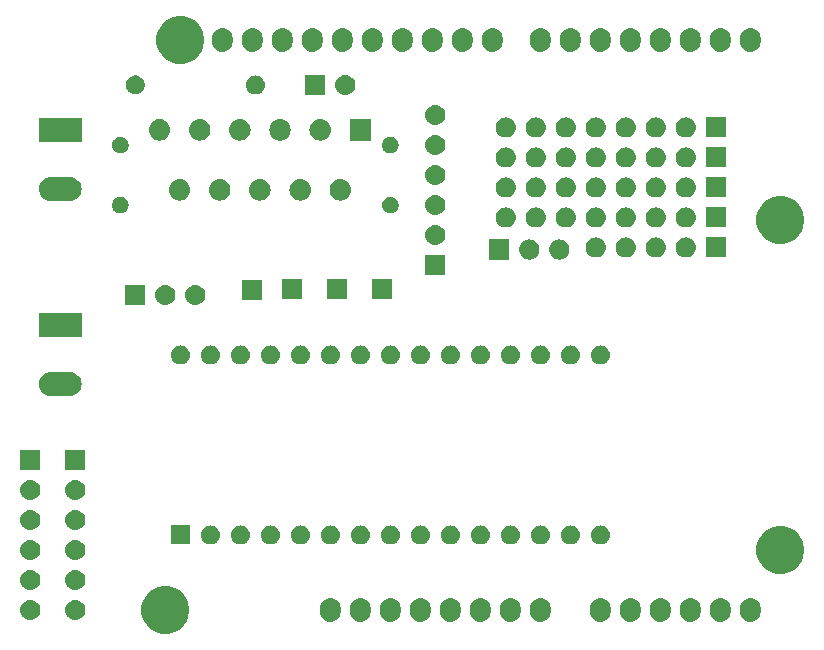
<source format=gbr>
G04 #@! TF.GenerationSoftware,KiCad,Pcbnew,(5.0.0)*
G04 #@! TF.CreationDate,2019-03-29T10:48:20+00:00*
G04 #@! TF.ProjectId,Actuators,4163747561746F72732E6B696361645F,rev?*
G04 #@! TF.SameCoordinates,Original*
G04 #@! TF.FileFunction,Soldermask,Bot*
G04 #@! TF.FilePolarity,Negative*
%FSLAX46Y46*%
G04 Gerber Fmt 4.6, Leading zero omitted, Abs format (unit mm)*
G04 Created by KiCad (PCBNEW (5.0.0)) date 03/29/19 10:48:20*
%MOMM*%
%LPD*%
G01*
G04 APERTURE LIST*
%ADD10C,0.100000*%
G04 APERTURE END LIST*
D10*
G36*
X125560712Y-121871088D02*
X125930510Y-122024263D01*
X125930513Y-122024265D01*
X126263325Y-122246643D01*
X126546357Y-122529675D01*
X126730204Y-122804822D01*
X126768737Y-122862490D01*
X126921912Y-123232288D01*
X127000000Y-123624864D01*
X127000000Y-124025136D01*
X126921912Y-124417712D01*
X126768737Y-124787510D01*
X126768735Y-124787513D01*
X126546357Y-125120325D01*
X126263325Y-125403357D01*
X125930513Y-125625735D01*
X125930510Y-125625737D01*
X125560712Y-125778912D01*
X125168136Y-125857000D01*
X124767864Y-125857000D01*
X124375288Y-125778912D01*
X124005490Y-125625737D01*
X124005487Y-125625735D01*
X123672675Y-125403357D01*
X123389643Y-125120325D01*
X123167265Y-124787513D01*
X123167263Y-124787510D01*
X123014088Y-124417712D01*
X122936000Y-124025136D01*
X122936000Y-123624864D01*
X123014088Y-123232288D01*
X123167263Y-122862490D01*
X123205796Y-122804822D01*
X123389643Y-122529675D01*
X123672675Y-122246643D01*
X124005487Y-122024265D01*
X124005490Y-122024263D01*
X124375288Y-121871088D01*
X124767864Y-121793000D01*
X125168136Y-121793000D01*
X125560712Y-121871088D01*
X125560712Y-121871088D01*
G37*
G36*
X139107294Y-122821496D02*
X139227726Y-122858029D01*
X139270087Y-122870879D01*
X139420112Y-122951068D01*
X139551612Y-123058988D01*
X139659532Y-123190488D01*
X139739721Y-123340512D01*
X139742745Y-123350480D01*
X139789104Y-123503305D01*
X139789104Y-123503307D01*
X139801600Y-123630179D01*
X139801600Y-124019820D01*
X139801076Y-124025136D01*
X139789104Y-124146694D01*
X139787538Y-124151855D01*
X139739721Y-124309488D01*
X139659532Y-124459512D01*
X139551612Y-124591012D01*
X139420112Y-124698932D01*
X139270088Y-124779121D01*
X139242433Y-124787510D01*
X139107295Y-124828504D01*
X138994432Y-124839620D01*
X138938001Y-124845178D01*
X138938000Y-124845178D01*
X138768706Y-124828504D01*
X138633568Y-124787510D01*
X138605913Y-124779121D01*
X138455889Y-124698932D01*
X138365946Y-124625117D01*
X138324388Y-124591012D01*
X138216469Y-124459512D01*
X138216467Y-124459509D01*
X138136279Y-124309488D01*
X138123429Y-124267127D01*
X138086896Y-124146695D01*
X138078565Y-124062112D01*
X138074400Y-124019821D01*
X138074400Y-123630180D01*
X138086896Y-123503308D01*
X138086896Y-123503306D01*
X138136278Y-123340517D01*
X138136279Y-123340513D01*
X138216468Y-123190488D01*
X138324388Y-123058988D01*
X138455888Y-122951068D01*
X138605912Y-122870879D01*
X138648273Y-122858029D01*
X138768705Y-122821496D01*
X138881568Y-122810380D01*
X138937999Y-122804822D01*
X138938000Y-122804822D01*
X139107294Y-122821496D01*
X139107294Y-122821496D01*
G37*
G36*
X174667294Y-122821496D02*
X174787726Y-122858029D01*
X174830087Y-122870879D01*
X174980112Y-122951068D01*
X175111612Y-123058988D01*
X175219532Y-123190488D01*
X175299721Y-123340512D01*
X175302745Y-123350480D01*
X175349104Y-123503305D01*
X175349104Y-123503307D01*
X175361600Y-123630179D01*
X175361600Y-124019820D01*
X175361076Y-124025136D01*
X175349104Y-124146694D01*
X175347538Y-124151855D01*
X175299721Y-124309488D01*
X175219532Y-124459512D01*
X175111612Y-124591012D01*
X174980112Y-124698932D01*
X174830088Y-124779121D01*
X174802433Y-124787510D01*
X174667295Y-124828504D01*
X174554432Y-124839620D01*
X174498001Y-124845178D01*
X174498000Y-124845178D01*
X174328706Y-124828504D01*
X174193568Y-124787510D01*
X174165913Y-124779121D01*
X174015889Y-124698932D01*
X173925946Y-124625117D01*
X173884388Y-124591012D01*
X173776469Y-124459512D01*
X173776467Y-124459509D01*
X173696279Y-124309488D01*
X173683429Y-124267127D01*
X173646896Y-124146695D01*
X173638565Y-124062112D01*
X173634400Y-124019821D01*
X173634400Y-123630180D01*
X173646896Y-123503308D01*
X173646896Y-123503306D01*
X173696278Y-123340517D01*
X173696279Y-123340513D01*
X173776468Y-123190488D01*
X173884388Y-123058988D01*
X174015888Y-122951068D01*
X174165912Y-122870879D01*
X174208273Y-122858029D01*
X174328705Y-122821496D01*
X174441568Y-122810380D01*
X174497999Y-122804822D01*
X174498000Y-122804822D01*
X174667294Y-122821496D01*
X174667294Y-122821496D01*
G37*
G36*
X172127294Y-122821496D02*
X172247726Y-122858029D01*
X172290087Y-122870879D01*
X172440112Y-122951068D01*
X172571612Y-123058988D01*
X172679532Y-123190488D01*
X172759721Y-123340512D01*
X172762745Y-123350480D01*
X172809104Y-123503305D01*
X172809104Y-123503307D01*
X172821600Y-123630179D01*
X172821600Y-124019820D01*
X172821076Y-124025136D01*
X172809104Y-124146694D01*
X172807538Y-124151855D01*
X172759721Y-124309488D01*
X172679532Y-124459512D01*
X172571612Y-124591012D01*
X172440112Y-124698932D01*
X172290088Y-124779121D01*
X172262433Y-124787510D01*
X172127295Y-124828504D01*
X172014432Y-124839620D01*
X171958001Y-124845178D01*
X171958000Y-124845178D01*
X171788706Y-124828504D01*
X171653568Y-124787510D01*
X171625913Y-124779121D01*
X171475889Y-124698932D01*
X171385946Y-124625117D01*
X171344388Y-124591012D01*
X171236469Y-124459512D01*
X171236467Y-124459509D01*
X171156279Y-124309488D01*
X171143429Y-124267127D01*
X171106896Y-124146695D01*
X171098565Y-124062112D01*
X171094400Y-124019821D01*
X171094400Y-123630180D01*
X171106896Y-123503308D01*
X171106896Y-123503306D01*
X171156278Y-123340517D01*
X171156279Y-123340513D01*
X171236468Y-123190488D01*
X171344388Y-123058988D01*
X171475888Y-122951068D01*
X171625912Y-122870879D01*
X171668273Y-122858029D01*
X171788705Y-122821496D01*
X171901568Y-122810380D01*
X171957999Y-122804822D01*
X171958000Y-122804822D01*
X172127294Y-122821496D01*
X172127294Y-122821496D01*
G37*
G36*
X169587294Y-122821496D02*
X169707726Y-122858029D01*
X169750087Y-122870879D01*
X169900112Y-122951068D01*
X170031612Y-123058988D01*
X170139532Y-123190488D01*
X170219721Y-123340512D01*
X170222745Y-123350480D01*
X170269104Y-123503305D01*
X170269104Y-123503307D01*
X170281600Y-123630179D01*
X170281600Y-124019820D01*
X170281076Y-124025136D01*
X170269104Y-124146694D01*
X170267538Y-124151855D01*
X170219721Y-124309488D01*
X170139532Y-124459512D01*
X170031612Y-124591012D01*
X169900112Y-124698932D01*
X169750088Y-124779121D01*
X169722433Y-124787510D01*
X169587295Y-124828504D01*
X169474432Y-124839620D01*
X169418001Y-124845178D01*
X169418000Y-124845178D01*
X169248706Y-124828504D01*
X169113568Y-124787510D01*
X169085913Y-124779121D01*
X168935889Y-124698932D01*
X168845946Y-124625117D01*
X168804388Y-124591012D01*
X168696469Y-124459512D01*
X168696467Y-124459509D01*
X168616279Y-124309488D01*
X168603429Y-124267127D01*
X168566896Y-124146695D01*
X168558565Y-124062112D01*
X168554400Y-124019821D01*
X168554400Y-123630180D01*
X168566896Y-123503308D01*
X168566896Y-123503306D01*
X168616278Y-123340517D01*
X168616279Y-123340513D01*
X168696468Y-123190488D01*
X168804388Y-123058988D01*
X168935888Y-122951068D01*
X169085912Y-122870879D01*
X169128273Y-122858029D01*
X169248705Y-122821496D01*
X169361568Y-122810380D01*
X169417999Y-122804822D01*
X169418000Y-122804822D01*
X169587294Y-122821496D01*
X169587294Y-122821496D01*
G37*
G36*
X167047294Y-122821496D02*
X167167726Y-122858029D01*
X167210087Y-122870879D01*
X167360112Y-122951068D01*
X167491612Y-123058988D01*
X167599532Y-123190488D01*
X167679721Y-123340512D01*
X167682745Y-123350480D01*
X167729104Y-123503305D01*
X167729104Y-123503307D01*
X167741600Y-123630179D01*
X167741600Y-124019820D01*
X167741076Y-124025136D01*
X167729104Y-124146694D01*
X167727538Y-124151855D01*
X167679721Y-124309488D01*
X167599532Y-124459512D01*
X167491612Y-124591012D01*
X167360112Y-124698932D01*
X167210088Y-124779121D01*
X167182433Y-124787510D01*
X167047295Y-124828504D01*
X166934432Y-124839620D01*
X166878001Y-124845178D01*
X166878000Y-124845178D01*
X166708706Y-124828504D01*
X166573568Y-124787510D01*
X166545913Y-124779121D01*
X166395889Y-124698932D01*
X166305946Y-124625117D01*
X166264388Y-124591012D01*
X166156469Y-124459512D01*
X166156467Y-124459509D01*
X166076279Y-124309488D01*
X166063429Y-124267127D01*
X166026896Y-124146695D01*
X166018565Y-124062112D01*
X166014400Y-124019821D01*
X166014400Y-123630180D01*
X166026896Y-123503308D01*
X166026896Y-123503306D01*
X166076278Y-123340517D01*
X166076279Y-123340513D01*
X166156468Y-123190488D01*
X166264388Y-123058988D01*
X166395888Y-122951068D01*
X166545912Y-122870879D01*
X166588273Y-122858029D01*
X166708705Y-122821496D01*
X166821568Y-122810380D01*
X166877999Y-122804822D01*
X166878000Y-122804822D01*
X167047294Y-122821496D01*
X167047294Y-122821496D01*
G37*
G36*
X164507294Y-122821496D02*
X164627726Y-122858029D01*
X164670087Y-122870879D01*
X164820112Y-122951068D01*
X164951612Y-123058988D01*
X165059532Y-123190488D01*
X165139721Y-123340512D01*
X165142745Y-123350480D01*
X165189104Y-123503305D01*
X165189104Y-123503307D01*
X165201600Y-123630179D01*
X165201600Y-124019820D01*
X165201076Y-124025136D01*
X165189104Y-124146694D01*
X165187538Y-124151855D01*
X165139721Y-124309488D01*
X165059532Y-124459512D01*
X164951612Y-124591012D01*
X164820112Y-124698932D01*
X164670088Y-124779121D01*
X164642433Y-124787510D01*
X164507295Y-124828504D01*
X164394432Y-124839620D01*
X164338001Y-124845178D01*
X164338000Y-124845178D01*
X164168706Y-124828504D01*
X164033568Y-124787510D01*
X164005913Y-124779121D01*
X163855889Y-124698932D01*
X163765946Y-124625117D01*
X163724388Y-124591012D01*
X163616469Y-124459512D01*
X163616467Y-124459509D01*
X163536279Y-124309488D01*
X163523429Y-124267127D01*
X163486896Y-124146695D01*
X163478565Y-124062112D01*
X163474400Y-124019821D01*
X163474400Y-123630180D01*
X163486896Y-123503308D01*
X163486896Y-123503306D01*
X163536278Y-123340517D01*
X163536279Y-123340513D01*
X163616468Y-123190488D01*
X163724388Y-123058988D01*
X163855888Y-122951068D01*
X164005912Y-122870879D01*
X164048273Y-122858029D01*
X164168705Y-122821496D01*
X164281568Y-122810380D01*
X164337999Y-122804822D01*
X164338000Y-122804822D01*
X164507294Y-122821496D01*
X164507294Y-122821496D01*
G37*
G36*
X161967294Y-122821496D02*
X162087726Y-122858029D01*
X162130087Y-122870879D01*
X162280112Y-122951068D01*
X162411612Y-123058988D01*
X162519532Y-123190488D01*
X162599721Y-123340512D01*
X162602745Y-123350480D01*
X162649104Y-123503305D01*
X162649104Y-123503307D01*
X162661600Y-123630179D01*
X162661600Y-124019820D01*
X162661076Y-124025136D01*
X162649104Y-124146694D01*
X162647538Y-124151855D01*
X162599721Y-124309488D01*
X162519532Y-124459512D01*
X162411612Y-124591012D01*
X162280112Y-124698932D01*
X162130088Y-124779121D01*
X162102433Y-124787510D01*
X161967295Y-124828504D01*
X161854432Y-124839620D01*
X161798001Y-124845178D01*
X161798000Y-124845178D01*
X161628706Y-124828504D01*
X161493568Y-124787510D01*
X161465913Y-124779121D01*
X161315889Y-124698932D01*
X161225946Y-124625117D01*
X161184388Y-124591012D01*
X161076469Y-124459512D01*
X161076467Y-124459509D01*
X160996279Y-124309488D01*
X160983429Y-124267127D01*
X160946896Y-124146695D01*
X160938565Y-124062112D01*
X160934400Y-124019821D01*
X160934400Y-123630180D01*
X160946896Y-123503308D01*
X160946896Y-123503306D01*
X160996278Y-123340517D01*
X160996279Y-123340513D01*
X161076468Y-123190488D01*
X161184388Y-123058988D01*
X161315888Y-122951068D01*
X161465912Y-122870879D01*
X161508273Y-122858029D01*
X161628705Y-122821496D01*
X161741568Y-122810380D01*
X161797999Y-122804822D01*
X161798000Y-122804822D01*
X161967294Y-122821496D01*
X161967294Y-122821496D01*
G37*
G36*
X154347294Y-122821496D02*
X154467726Y-122858029D01*
X154510087Y-122870879D01*
X154660112Y-122951068D01*
X154791612Y-123058988D01*
X154899532Y-123190488D01*
X154979721Y-123340512D01*
X154982745Y-123350480D01*
X155029104Y-123503305D01*
X155029104Y-123503307D01*
X155041600Y-123630179D01*
X155041600Y-124019820D01*
X155041076Y-124025136D01*
X155029104Y-124146694D01*
X155027538Y-124151855D01*
X154979721Y-124309488D01*
X154899532Y-124459512D01*
X154791612Y-124591012D01*
X154660112Y-124698932D01*
X154510088Y-124779121D01*
X154482433Y-124787510D01*
X154347295Y-124828504D01*
X154234432Y-124839620D01*
X154178001Y-124845178D01*
X154178000Y-124845178D01*
X154008706Y-124828504D01*
X153873568Y-124787510D01*
X153845913Y-124779121D01*
X153695889Y-124698932D01*
X153605946Y-124625117D01*
X153564388Y-124591012D01*
X153456469Y-124459512D01*
X153456467Y-124459509D01*
X153376279Y-124309488D01*
X153363429Y-124267127D01*
X153326896Y-124146695D01*
X153318565Y-124062112D01*
X153314400Y-124019821D01*
X153314400Y-123630180D01*
X153326896Y-123503308D01*
X153326896Y-123503306D01*
X153376278Y-123340517D01*
X153376279Y-123340513D01*
X153456468Y-123190488D01*
X153564388Y-123058988D01*
X153695888Y-122951068D01*
X153845912Y-122870879D01*
X153888273Y-122858029D01*
X154008705Y-122821496D01*
X154121568Y-122810380D01*
X154177999Y-122804822D01*
X154178000Y-122804822D01*
X154347294Y-122821496D01*
X154347294Y-122821496D01*
G37*
G36*
X156887294Y-122821496D02*
X157007726Y-122858029D01*
X157050087Y-122870879D01*
X157200112Y-122951068D01*
X157331612Y-123058988D01*
X157439532Y-123190488D01*
X157519721Y-123340512D01*
X157522745Y-123350480D01*
X157569104Y-123503305D01*
X157569104Y-123503307D01*
X157581600Y-123630179D01*
X157581600Y-124019820D01*
X157581076Y-124025136D01*
X157569104Y-124146694D01*
X157567538Y-124151855D01*
X157519721Y-124309488D01*
X157439532Y-124459512D01*
X157331612Y-124591012D01*
X157200112Y-124698932D01*
X157050088Y-124779121D01*
X157022433Y-124787510D01*
X156887295Y-124828504D01*
X156774432Y-124839620D01*
X156718001Y-124845178D01*
X156718000Y-124845178D01*
X156548706Y-124828504D01*
X156413568Y-124787510D01*
X156385913Y-124779121D01*
X156235889Y-124698932D01*
X156145946Y-124625117D01*
X156104388Y-124591012D01*
X155996469Y-124459512D01*
X155996467Y-124459509D01*
X155916279Y-124309488D01*
X155903429Y-124267127D01*
X155866896Y-124146695D01*
X155858565Y-124062112D01*
X155854400Y-124019821D01*
X155854400Y-123630180D01*
X155866896Y-123503308D01*
X155866896Y-123503306D01*
X155916278Y-123340517D01*
X155916279Y-123340513D01*
X155996468Y-123190488D01*
X156104388Y-123058988D01*
X156235888Y-122951068D01*
X156385912Y-122870879D01*
X156428273Y-122858029D01*
X156548705Y-122821496D01*
X156661568Y-122810380D01*
X156717999Y-122804822D01*
X156718000Y-122804822D01*
X156887294Y-122821496D01*
X156887294Y-122821496D01*
G37*
G36*
X141647294Y-122821496D02*
X141767726Y-122858029D01*
X141810087Y-122870879D01*
X141960112Y-122951068D01*
X142091612Y-123058988D01*
X142199532Y-123190488D01*
X142279721Y-123340512D01*
X142282745Y-123350480D01*
X142329104Y-123503305D01*
X142329104Y-123503307D01*
X142341600Y-123630179D01*
X142341600Y-124019820D01*
X142341076Y-124025136D01*
X142329104Y-124146694D01*
X142327538Y-124151855D01*
X142279721Y-124309488D01*
X142199532Y-124459512D01*
X142091612Y-124591012D01*
X141960112Y-124698932D01*
X141810088Y-124779121D01*
X141782433Y-124787510D01*
X141647295Y-124828504D01*
X141534432Y-124839620D01*
X141478001Y-124845178D01*
X141478000Y-124845178D01*
X141308706Y-124828504D01*
X141173568Y-124787510D01*
X141145913Y-124779121D01*
X140995889Y-124698932D01*
X140905946Y-124625117D01*
X140864388Y-124591012D01*
X140756469Y-124459512D01*
X140756467Y-124459509D01*
X140676279Y-124309488D01*
X140663429Y-124267127D01*
X140626896Y-124146695D01*
X140618565Y-124062112D01*
X140614400Y-124019821D01*
X140614400Y-123630180D01*
X140626896Y-123503308D01*
X140626896Y-123503306D01*
X140676278Y-123340517D01*
X140676279Y-123340513D01*
X140756468Y-123190488D01*
X140864388Y-123058988D01*
X140995888Y-122951068D01*
X141145912Y-122870879D01*
X141188273Y-122858029D01*
X141308705Y-122821496D01*
X141421568Y-122810380D01*
X141477999Y-122804822D01*
X141478000Y-122804822D01*
X141647294Y-122821496D01*
X141647294Y-122821496D01*
G37*
G36*
X144187294Y-122821496D02*
X144307726Y-122858029D01*
X144350087Y-122870879D01*
X144500112Y-122951068D01*
X144631612Y-123058988D01*
X144739532Y-123190488D01*
X144819721Y-123340512D01*
X144822745Y-123350480D01*
X144869104Y-123503305D01*
X144869104Y-123503307D01*
X144881600Y-123630179D01*
X144881600Y-124019820D01*
X144881076Y-124025136D01*
X144869104Y-124146694D01*
X144867538Y-124151855D01*
X144819721Y-124309488D01*
X144739532Y-124459512D01*
X144631612Y-124591012D01*
X144500112Y-124698932D01*
X144350088Y-124779121D01*
X144322433Y-124787510D01*
X144187295Y-124828504D01*
X144074432Y-124839620D01*
X144018001Y-124845178D01*
X144018000Y-124845178D01*
X143848706Y-124828504D01*
X143713568Y-124787510D01*
X143685913Y-124779121D01*
X143535889Y-124698932D01*
X143445946Y-124625117D01*
X143404388Y-124591012D01*
X143296469Y-124459512D01*
X143296467Y-124459509D01*
X143216279Y-124309488D01*
X143203429Y-124267127D01*
X143166896Y-124146695D01*
X143158565Y-124062112D01*
X143154400Y-124019821D01*
X143154400Y-123630180D01*
X143166896Y-123503308D01*
X143166896Y-123503306D01*
X143216278Y-123340517D01*
X143216279Y-123340513D01*
X143296468Y-123190488D01*
X143404388Y-123058988D01*
X143535888Y-122951068D01*
X143685912Y-122870879D01*
X143728273Y-122858029D01*
X143848705Y-122821496D01*
X143961568Y-122810380D01*
X144017999Y-122804822D01*
X144018000Y-122804822D01*
X144187294Y-122821496D01*
X144187294Y-122821496D01*
G37*
G36*
X149267294Y-122821496D02*
X149387726Y-122858029D01*
X149430087Y-122870879D01*
X149580112Y-122951068D01*
X149711612Y-123058988D01*
X149819532Y-123190488D01*
X149899721Y-123340512D01*
X149902745Y-123350480D01*
X149949104Y-123503305D01*
X149949104Y-123503307D01*
X149961600Y-123630179D01*
X149961600Y-124019820D01*
X149961076Y-124025136D01*
X149949104Y-124146694D01*
X149947538Y-124151855D01*
X149899721Y-124309488D01*
X149819532Y-124459512D01*
X149711612Y-124591012D01*
X149580112Y-124698932D01*
X149430088Y-124779121D01*
X149402433Y-124787510D01*
X149267295Y-124828504D01*
X149154432Y-124839620D01*
X149098001Y-124845178D01*
X149098000Y-124845178D01*
X148928706Y-124828504D01*
X148793568Y-124787510D01*
X148765913Y-124779121D01*
X148615889Y-124698932D01*
X148525946Y-124625117D01*
X148484388Y-124591012D01*
X148376469Y-124459512D01*
X148376467Y-124459509D01*
X148296279Y-124309488D01*
X148283429Y-124267127D01*
X148246896Y-124146695D01*
X148238565Y-124062112D01*
X148234400Y-124019821D01*
X148234400Y-123630180D01*
X148246896Y-123503308D01*
X148246896Y-123503306D01*
X148296278Y-123340517D01*
X148296279Y-123340513D01*
X148376468Y-123190488D01*
X148484388Y-123058988D01*
X148615888Y-122951068D01*
X148765912Y-122870879D01*
X148808273Y-122858029D01*
X148928705Y-122821496D01*
X149041568Y-122810380D01*
X149097999Y-122804822D01*
X149098000Y-122804822D01*
X149267294Y-122821496D01*
X149267294Y-122821496D01*
G37*
G36*
X151807294Y-122821496D02*
X151927726Y-122858029D01*
X151970087Y-122870879D01*
X152120112Y-122951068D01*
X152251612Y-123058988D01*
X152359532Y-123190488D01*
X152439721Y-123340512D01*
X152442745Y-123350480D01*
X152489104Y-123503305D01*
X152489104Y-123503307D01*
X152501600Y-123630179D01*
X152501600Y-124019820D01*
X152501076Y-124025136D01*
X152489104Y-124146694D01*
X152487538Y-124151855D01*
X152439721Y-124309488D01*
X152359532Y-124459512D01*
X152251612Y-124591012D01*
X152120112Y-124698932D01*
X151970088Y-124779121D01*
X151942433Y-124787510D01*
X151807295Y-124828504D01*
X151694432Y-124839620D01*
X151638001Y-124845178D01*
X151638000Y-124845178D01*
X151468706Y-124828504D01*
X151333568Y-124787510D01*
X151305913Y-124779121D01*
X151155889Y-124698932D01*
X151065946Y-124625117D01*
X151024388Y-124591012D01*
X150916469Y-124459512D01*
X150916467Y-124459509D01*
X150836279Y-124309488D01*
X150823429Y-124267127D01*
X150786896Y-124146695D01*
X150778565Y-124062112D01*
X150774400Y-124019821D01*
X150774400Y-123630180D01*
X150786896Y-123503308D01*
X150786896Y-123503306D01*
X150836278Y-123340517D01*
X150836279Y-123340513D01*
X150916468Y-123190488D01*
X151024388Y-123058988D01*
X151155888Y-122951068D01*
X151305912Y-122870879D01*
X151348273Y-122858029D01*
X151468705Y-122821496D01*
X151581568Y-122810380D01*
X151637999Y-122804822D01*
X151638000Y-122804822D01*
X151807294Y-122821496D01*
X151807294Y-122821496D01*
G37*
G36*
X146727294Y-122821496D02*
X146847726Y-122858029D01*
X146890087Y-122870879D01*
X147040112Y-122951068D01*
X147171612Y-123058988D01*
X147279532Y-123190488D01*
X147359721Y-123340512D01*
X147362745Y-123350480D01*
X147409104Y-123503305D01*
X147409104Y-123503307D01*
X147421600Y-123630179D01*
X147421600Y-124019820D01*
X147421076Y-124025136D01*
X147409104Y-124146694D01*
X147407538Y-124151855D01*
X147359721Y-124309488D01*
X147279532Y-124459512D01*
X147171612Y-124591012D01*
X147040112Y-124698932D01*
X146890088Y-124779121D01*
X146862433Y-124787510D01*
X146727295Y-124828504D01*
X146614432Y-124839620D01*
X146558001Y-124845178D01*
X146558000Y-124845178D01*
X146388706Y-124828504D01*
X146253568Y-124787510D01*
X146225913Y-124779121D01*
X146075889Y-124698932D01*
X145985946Y-124625117D01*
X145944388Y-124591012D01*
X145836469Y-124459512D01*
X145836467Y-124459509D01*
X145756279Y-124309488D01*
X145743429Y-124267127D01*
X145706896Y-124146695D01*
X145698565Y-124062112D01*
X145694400Y-124019821D01*
X145694400Y-123630180D01*
X145706896Y-123503308D01*
X145706896Y-123503306D01*
X145756278Y-123340517D01*
X145756279Y-123340513D01*
X145836468Y-123190488D01*
X145944388Y-123058988D01*
X146075888Y-122951068D01*
X146225912Y-122870879D01*
X146268273Y-122858029D01*
X146388705Y-122821496D01*
X146501568Y-122810380D01*
X146557999Y-122804822D01*
X146558000Y-122804822D01*
X146727294Y-122821496D01*
X146727294Y-122821496D01*
G37*
G36*
X113704630Y-122987299D02*
X113864855Y-123035903D01*
X114012520Y-123114831D01*
X114141949Y-123221051D01*
X114248169Y-123350480D01*
X114327097Y-123498145D01*
X114375701Y-123658370D01*
X114392112Y-123825000D01*
X114375701Y-123991630D01*
X114327097Y-124151855D01*
X114248169Y-124299520D01*
X114141949Y-124428949D01*
X114012520Y-124535169D01*
X113864855Y-124614097D01*
X113704630Y-124662701D01*
X113579752Y-124675000D01*
X113496248Y-124675000D01*
X113371370Y-124662701D01*
X113211145Y-124614097D01*
X113063480Y-124535169D01*
X112934051Y-124428949D01*
X112827831Y-124299520D01*
X112748903Y-124151855D01*
X112700299Y-123991630D01*
X112683888Y-123825000D01*
X112700299Y-123658370D01*
X112748903Y-123498145D01*
X112827831Y-123350480D01*
X112934051Y-123221051D01*
X113063480Y-123114831D01*
X113211145Y-123035903D01*
X113371370Y-122987299D01*
X113496248Y-122975000D01*
X113579752Y-122975000D01*
X113704630Y-122987299D01*
X113704630Y-122987299D01*
G37*
G36*
X117514630Y-122987299D02*
X117674855Y-123035903D01*
X117822520Y-123114831D01*
X117951949Y-123221051D01*
X118058169Y-123350480D01*
X118137097Y-123498145D01*
X118185701Y-123658370D01*
X118202112Y-123825000D01*
X118185701Y-123991630D01*
X118137097Y-124151855D01*
X118058169Y-124299520D01*
X117951949Y-124428949D01*
X117822520Y-124535169D01*
X117674855Y-124614097D01*
X117514630Y-124662701D01*
X117389752Y-124675000D01*
X117306248Y-124675000D01*
X117181370Y-124662701D01*
X117021145Y-124614097D01*
X116873480Y-124535169D01*
X116744051Y-124428949D01*
X116637831Y-124299520D01*
X116558903Y-124151855D01*
X116510299Y-123991630D01*
X116493888Y-123825000D01*
X116510299Y-123658370D01*
X116558903Y-123498145D01*
X116637831Y-123350480D01*
X116744051Y-123221051D01*
X116873480Y-123114831D01*
X117021145Y-123035903D01*
X117181370Y-122987299D01*
X117306248Y-122975000D01*
X117389752Y-122975000D01*
X117514630Y-122987299D01*
X117514630Y-122987299D01*
G37*
G36*
X113704630Y-120447299D02*
X113864855Y-120495903D01*
X114012520Y-120574831D01*
X114141949Y-120681051D01*
X114248169Y-120810480D01*
X114327097Y-120958145D01*
X114375701Y-121118370D01*
X114392112Y-121285000D01*
X114375701Y-121451630D01*
X114327097Y-121611855D01*
X114248169Y-121759520D01*
X114141949Y-121888949D01*
X114012520Y-121995169D01*
X113864855Y-122074097D01*
X113704630Y-122122701D01*
X113579752Y-122135000D01*
X113496248Y-122135000D01*
X113371370Y-122122701D01*
X113211145Y-122074097D01*
X113063480Y-121995169D01*
X112934051Y-121888949D01*
X112827831Y-121759520D01*
X112748903Y-121611855D01*
X112700299Y-121451630D01*
X112683888Y-121285000D01*
X112700299Y-121118370D01*
X112748903Y-120958145D01*
X112827831Y-120810480D01*
X112934051Y-120681051D01*
X113063480Y-120574831D01*
X113211145Y-120495903D01*
X113371370Y-120447299D01*
X113496248Y-120435000D01*
X113579752Y-120435000D01*
X113704630Y-120447299D01*
X113704630Y-120447299D01*
G37*
G36*
X117514630Y-120447299D02*
X117674855Y-120495903D01*
X117822520Y-120574831D01*
X117951949Y-120681051D01*
X118058169Y-120810480D01*
X118137097Y-120958145D01*
X118185701Y-121118370D01*
X118202112Y-121285000D01*
X118185701Y-121451630D01*
X118137097Y-121611855D01*
X118058169Y-121759520D01*
X117951949Y-121888949D01*
X117822520Y-121995169D01*
X117674855Y-122074097D01*
X117514630Y-122122701D01*
X117389752Y-122135000D01*
X117306248Y-122135000D01*
X117181370Y-122122701D01*
X117021145Y-122074097D01*
X116873480Y-121995169D01*
X116744051Y-121888949D01*
X116637831Y-121759520D01*
X116558903Y-121611855D01*
X116510299Y-121451630D01*
X116493888Y-121285000D01*
X116510299Y-121118370D01*
X116558903Y-120958145D01*
X116637831Y-120810480D01*
X116744051Y-120681051D01*
X116873480Y-120574831D01*
X117021145Y-120495903D01*
X117181370Y-120447299D01*
X117306248Y-120435000D01*
X117389752Y-120435000D01*
X117514630Y-120447299D01*
X117514630Y-120447299D01*
G37*
G36*
X177630712Y-116791088D02*
X178000510Y-116944263D01*
X178000513Y-116944265D01*
X178333325Y-117166643D01*
X178616357Y-117449675D01*
X178738066Y-117631826D01*
X178838737Y-117782490D01*
X178991912Y-118152288D01*
X179070000Y-118544864D01*
X179070000Y-118945136D01*
X178991912Y-119337712D01*
X178838737Y-119707510D01*
X178838735Y-119707513D01*
X178616357Y-120040325D01*
X178333325Y-120323357D01*
X178000513Y-120545735D01*
X178000510Y-120545737D01*
X177630712Y-120698912D01*
X177238136Y-120777000D01*
X176837864Y-120777000D01*
X176445288Y-120698912D01*
X176075490Y-120545737D01*
X176075487Y-120545735D01*
X175742675Y-120323357D01*
X175459643Y-120040325D01*
X175237265Y-119707513D01*
X175237263Y-119707510D01*
X175084088Y-119337712D01*
X175006000Y-118945136D01*
X175006000Y-118544864D01*
X175084088Y-118152288D01*
X175237263Y-117782490D01*
X175337934Y-117631826D01*
X175459643Y-117449675D01*
X175742675Y-117166643D01*
X176075487Y-116944265D01*
X176075490Y-116944263D01*
X176445288Y-116791088D01*
X176837864Y-116713000D01*
X177238136Y-116713000D01*
X177630712Y-116791088D01*
X177630712Y-116791088D01*
G37*
G36*
X113704630Y-117907299D02*
X113864855Y-117955903D01*
X114012520Y-118034831D01*
X114141949Y-118141051D01*
X114248169Y-118270480D01*
X114327097Y-118418145D01*
X114375701Y-118578370D01*
X114392112Y-118745000D01*
X114375701Y-118911630D01*
X114327097Y-119071855D01*
X114248169Y-119219520D01*
X114141949Y-119348949D01*
X114012520Y-119455169D01*
X113864855Y-119534097D01*
X113704630Y-119582701D01*
X113579752Y-119595000D01*
X113496248Y-119595000D01*
X113371370Y-119582701D01*
X113211145Y-119534097D01*
X113063480Y-119455169D01*
X112934051Y-119348949D01*
X112827831Y-119219520D01*
X112748903Y-119071855D01*
X112700299Y-118911630D01*
X112683888Y-118745000D01*
X112700299Y-118578370D01*
X112748903Y-118418145D01*
X112827831Y-118270480D01*
X112934051Y-118141051D01*
X113063480Y-118034831D01*
X113211145Y-117955903D01*
X113371370Y-117907299D01*
X113496248Y-117895000D01*
X113579752Y-117895000D01*
X113704630Y-117907299D01*
X113704630Y-117907299D01*
G37*
G36*
X117514630Y-117907299D02*
X117674855Y-117955903D01*
X117822520Y-118034831D01*
X117951949Y-118141051D01*
X118058169Y-118270480D01*
X118137097Y-118418145D01*
X118185701Y-118578370D01*
X118202112Y-118745000D01*
X118185701Y-118911630D01*
X118137097Y-119071855D01*
X118058169Y-119219520D01*
X117951949Y-119348949D01*
X117822520Y-119455169D01*
X117674855Y-119534097D01*
X117514630Y-119582701D01*
X117389752Y-119595000D01*
X117306248Y-119595000D01*
X117181370Y-119582701D01*
X117021145Y-119534097D01*
X116873480Y-119455169D01*
X116744051Y-119348949D01*
X116637831Y-119219520D01*
X116558903Y-119071855D01*
X116510299Y-118911630D01*
X116493888Y-118745000D01*
X116510299Y-118578370D01*
X116558903Y-118418145D01*
X116637831Y-118270480D01*
X116744051Y-118141051D01*
X116873480Y-118034831D01*
X117021145Y-117955903D01*
X117181370Y-117907299D01*
X117306248Y-117895000D01*
X117389752Y-117895000D01*
X117514630Y-117907299D01*
X117514630Y-117907299D01*
G37*
G36*
X141595649Y-116682717D02*
X141634827Y-116686576D01*
X141710228Y-116709449D01*
X141785629Y-116732321D01*
X141924608Y-116806608D01*
X142046422Y-116906578D01*
X142146392Y-117028392D01*
X142220679Y-117167371D01*
X142266424Y-117318174D01*
X142281870Y-117475000D01*
X142266424Y-117631826D01*
X142220679Y-117782629D01*
X142146392Y-117921608D01*
X142046422Y-118043422D01*
X141924608Y-118143392D01*
X141785629Y-118217679D01*
X141710227Y-118240552D01*
X141634827Y-118263424D01*
X141595649Y-118267283D01*
X141517295Y-118275000D01*
X141438705Y-118275000D01*
X141360351Y-118267283D01*
X141321173Y-118263424D01*
X141245773Y-118240552D01*
X141170371Y-118217679D01*
X141031392Y-118143392D01*
X140909578Y-118043422D01*
X140809608Y-117921608D01*
X140735321Y-117782629D01*
X140689576Y-117631826D01*
X140674130Y-117475000D01*
X140689576Y-117318174D01*
X140735321Y-117167371D01*
X140809608Y-117028392D01*
X140909578Y-116906578D01*
X141031392Y-116806608D01*
X141170371Y-116732321D01*
X141245772Y-116709449D01*
X141321173Y-116686576D01*
X141360351Y-116682717D01*
X141438705Y-116675000D01*
X141517295Y-116675000D01*
X141595649Y-116682717D01*
X141595649Y-116682717D01*
G37*
G36*
X156835649Y-116682717D02*
X156874827Y-116686576D01*
X156950228Y-116709449D01*
X157025629Y-116732321D01*
X157164608Y-116806608D01*
X157286422Y-116906578D01*
X157386392Y-117028392D01*
X157460679Y-117167371D01*
X157506424Y-117318174D01*
X157521870Y-117475000D01*
X157506424Y-117631826D01*
X157460679Y-117782629D01*
X157386392Y-117921608D01*
X157286422Y-118043422D01*
X157164608Y-118143392D01*
X157025629Y-118217679D01*
X156950228Y-118240551D01*
X156874827Y-118263424D01*
X156835649Y-118267283D01*
X156757295Y-118275000D01*
X156678705Y-118275000D01*
X156600351Y-118267283D01*
X156561173Y-118263424D01*
X156485773Y-118240552D01*
X156410371Y-118217679D01*
X156271392Y-118143392D01*
X156149578Y-118043422D01*
X156049608Y-117921608D01*
X155975321Y-117782629D01*
X155929576Y-117631826D01*
X155914130Y-117475000D01*
X155929576Y-117318174D01*
X155975321Y-117167371D01*
X156049608Y-117028392D01*
X156149578Y-116906578D01*
X156271392Y-116806608D01*
X156410371Y-116732321D01*
X156485772Y-116709449D01*
X156561173Y-116686576D01*
X156600351Y-116682717D01*
X156678705Y-116675000D01*
X156757295Y-116675000D01*
X156835649Y-116682717D01*
X156835649Y-116682717D01*
G37*
G36*
X159375649Y-116682717D02*
X159414827Y-116686576D01*
X159490228Y-116709449D01*
X159565629Y-116732321D01*
X159704608Y-116806608D01*
X159826422Y-116906578D01*
X159926392Y-117028392D01*
X160000679Y-117167371D01*
X160046424Y-117318174D01*
X160061870Y-117475000D01*
X160046424Y-117631826D01*
X160000679Y-117782629D01*
X159926392Y-117921608D01*
X159826422Y-118043422D01*
X159704608Y-118143392D01*
X159565629Y-118217679D01*
X159490228Y-118240551D01*
X159414827Y-118263424D01*
X159375649Y-118267283D01*
X159297295Y-118275000D01*
X159218705Y-118275000D01*
X159140351Y-118267283D01*
X159101173Y-118263424D01*
X159025773Y-118240552D01*
X158950371Y-118217679D01*
X158811392Y-118143392D01*
X158689578Y-118043422D01*
X158589608Y-117921608D01*
X158515321Y-117782629D01*
X158469576Y-117631826D01*
X158454130Y-117475000D01*
X158469576Y-117318174D01*
X158515321Y-117167371D01*
X158589608Y-117028392D01*
X158689578Y-116906578D01*
X158811392Y-116806608D01*
X158950371Y-116732321D01*
X159025772Y-116709449D01*
X159101173Y-116686576D01*
X159140351Y-116682717D01*
X159218705Y-116675000D01*
X159297295Y-116675000D01*
X159375649Y-116682717D01*
X159375649Y-116682717D01*
G37*
G36*
X127038000Y-118275000D02*
X125438000Y-118275000D01*
X125438000Y-116675000D01*
X127038000Y-116675000D01*
X127038000Y-118275000D01*
X127038000Y-118275000D01*
G37*
G36*
X128895649Y-116682717D02*
X128934827Y-116686576D01*
X129010228Y-116709449D01*
X129085629Y-116732321D01*
X129224608Y-116806608D01*
X129346422Y-116906578D01*
X129446392Y-117028392D01*
X129520679Y-117167371D01*
X129566424Y-117318174D01*
X129581870Y-117475000D01*
X129566424Y-117631826D01*
X129520679Y-117782629D01*
X129446392Y-117921608D01*
X129346422Y-118043422D01*
X129224608Y-118143392D01*
X129085629Y-118217679D01*
X129010227Y-118240552D01*
X128934827Y-118263424D01*
X128895649Y-118267283D01*
X128817295Y-118275000D01*
X128738705Y-118275000D01*
X128660351Y-118267283D01*
X128621173Y-118263424D01*
X128545773Y-118240552D01*
X128470371Y-118217679D01*
X128331392Y-118143392D01*
X128209578Y-118043422D01*
X128109608Y-117921608D01*
X128035321Y-117782629D01*
X127989576Y-117631826D01*
X127974130Y-117475000D01*
X127989576Y-117318174D01*
X128035321Y-117167371D01*
X128109608Y-117028392D01*
X128209578Y-116906578D01*
X128331392Y-116806608D01*
X128470371Y-116732321D01*
X128545772Y-116709449D01*
X128621173Y-116686576D01*
X128660351Y-116682717D01*
X128738705Y-116675000D01*
X128817295Y-116675000D01*
X128895649Y-116682717D01*
X128895649Y-116682717D01*
G37*
G36*
X131435649Y-116682717D02*
X131474827Y-116686576D01*
X131550228Y-116709449D01*
X131625629Y-116732321D01*
X131764608Y-116806608D01*
X131886422Y-116906578D01*
X131986392Y-117028392D01*
X132060679Y-117167371D01*
X132106424Y-117318174D01*
X132121870Y-117475000D01*
X132106424Y-117631826D01*
X132060679Y-117782629D01*
X131986392Y-117921608D01*
X131886422Y-118043422D01*
X131764608Y-118143392D01*
X131625629Y-118217679D01*
X131550227Y-118240552D01*
X131474827Y-118263424D01*
X131435649Y-118267283D01*
X131357295Y-118275000D01*
X131278705Y-118275000D01*
X131200351Y-118267283D01*
X131161173Y-118263424D01*
X131085773Y-118240552D01*
X131010371Y-118217679D01*
X130871392Y-118143392D01*
X130749578Y-118043422D01*
X130649608Y-117921608D01*
X130575321Y-117782629D01*
X130529576Y-117631826D01*
X130514130Y-117475000D01*
X130529576Y-117318174D01*
X130575321Y-117167371D01*
X130649608Y-117028392D01*
X130749578Y-116906578D01*
X130871392Y-116806608D01*
X131010371Y-116732321D01*
X131085772Y-116709449D01*
X131161173Y-116686576D01*
X131200351Y-116682717D01*
X131278705Y-116675000D01*
X131357295Y-116675000D01*
X131435649Y-116682717D01*
X131435649Y-116682717D01*
G37*
G36*
X133975649Y-116682717D02*
X134014827Y-116686576D01*
X134090228Y-116709449D01*
X134165629Y-116732321D01*
X134304608Y-116806608D01*
X134426422Y-116906578D01*
X134526392Y-117028392D01*
X134600679Y-117167371D01*
X134646424Y-117318174D01*
X134661870Y-117475000D01*
X134646424Y-117631826D01*
X134600679Y-117782629D01*
X134526392Y-117921608D01*
X134426422Y-118043422D01*
X134304608Y-118143392D01*
X134165629Y-118217679D01*
X134090227Y-118240552D01*
X134014827Y-118263424D01*
X133975649Y-118267283D01*
X133897295Y-118275000D01*
X133818705Y-118275000D01*
X133740351Y-118267283D01*
X133701173Y-118263424D01*
X133625773Y-118240552D01*
X133550371Y-118217679D01*
X133411392Y-118143392D01*
X133289578Y-118043422D01*
X133189608Y-117921608D01*
X133115321Y-117782629D01*
X133069576Y-117631826D01*
X133054130Y-117475000D01*
X133069576Y-117318174D01*
X133115321Y-117167371D01*
X133189608Y-117028392D01*
X133289578Y-116906578D01*
X133411392Y-116806608D01*
X133550371Y-116732321D01*
X133625772Y-116709449D01*
X133701173Y-116686576D01*
X133740351Y-116682717D01*
X133818705Y-116675000D01*
X133897295Y-116675000D01*
X133975649Y-116682717D01*
X133975649Y-116682717D01*
G37*
G36*
X136515649Y-116682717D02*
X136554827Y-116686576D01*
X136630228Y-116709449D01*
X136705629Y-116732321D01*
X136844608Y-116806608D01*
X136966422Y-116906578D01*
X137066392Y-117028392D01*
X137140679Y-117167371D01*
X137186424Y-117318174D01*
X137201870Y-117475000D01*
X137186424Y-117631826D01*
X137140679Y-117782629D01*
X137066392Y-117921608D01*
X136966422Y-118043422D01*
X136844608Y-118143392D01*
X136705629Y-118217679D01*
X136630227Y-118240552D01*
X136554827Y-118263424D01*
X136515649Y-118267283D01*
X136437295Y-118275000D01*
X136358705Y-118275000D01*
X136280351Y-118267283D01*
X136241173Y-118263424D01*
X136165773Y-118240552D01*
X136090371Y-118217679D01*
X135951392Y-118143392D01*
X135829578Y-118043422D01*
X135729608Y-117921608D01*
X135655321Y-117782629D01*
X135609576Y-117631826D01*
X135594130Y-117475000D01*
X135609576Y-117318174D01*
X135655321Y-117167371D01*
X135729608Y-117028392D01*
X135829578Y-116906578D01*
X135951392Y-116806608D01*
X136090371Y-116732321D01*
X136165772Y-116709449D01*
X136241173Y-116686576D01*
X136280351Y-116682717D01*
X136358705Y-116675000D01*
X136437295Y-116675000D01*
X136515649Y-116682717D01*
X136515649Y-116682717D01*
G37*
G36*
X139055649Y-116682717D02*
X139094827Y-116686576D01*
X139170228Y-116709449D01*
X139245629Y-116732321D01*
X139384608Y-116806608D01*
X139506422Y-116906578D01*
X139606392Y-117028392D01*
X139680679Y-117167371D01*
X139726424Y-117318174D01*
X139741870Y-117475000D01*
X139726424Y-117631826D01*
X139680679Y-117782629D01*
X139606392Y-117921608D01*
X139506422Y-118043422D01*
X139384608Y-118143392D01*
X139245629Y-118217679D01*
X139170227Y-118240552D01*
X139094827Y-118263424D01*
X139055649Y-118267283D01*
X138977295Y-118275000D01*
X138898705Y-118275000D01*
X138820351Y-118267283D01*
X138781173Y-118263424D01*
X138705773Y-118240552D01*
X138630371Y-118217679D01*
X138491392Y-118143392D01*
X138369578Y-118043422D01*
X138269608Y-117921608D01*
X138195321Y-117782629D01*
X138149576Y-117631826D01*
X138134130Y-117475000D01*
X138149576Y-117318174D01*
X138195321Y-117167371D01*
X138269608Y-117028392D01*
X138369578Y-116906578D01*
X138491392Y-116806608D01*
X138630371Y-116732321D01*
X138705772Y-116709449D01*
X138781173Y-116686576D01*
X138820351Y-116682717D01*
X138898705Y-116675000D01*
X138977295Y-116675000D01*
X139055649Y-116682717D01*
X139055649Y-116682717D01*
G37*
G36*
X144135649Y-116682717D02*
X144174827Y-116686576D01*
X144250228Y-116709449D01*
X144325629Y-116732321D01*
X144464608Y-116806608D01*
X144586422Y-116906578D01*
X144686392Y-117028392D01*
X144760679Y-117167371D01*
X144806424Y-117318174D01*
X144821870Y-117475000D01*
X144806424Y-117631826D01*
X144760679Y-117782629D01*
X144686392Y-117921608D01*
X144586422Y-118043422D01*
X144464608Y-118143392D01*
X144325629Y-118217679D01*
X144250227Y-118240552D01*
X144174827Y-118263424D01*
X144135649Y-118267283D01*
X144057295Y-118275000D01*
X143978705Y-118275000D01*
X143900351Y-118267283D01*
X143861173Y-118263424D01*
X143785773Y-118240552D01*
X143710371Y-118217679D01*
X143571392Y-118143392D01*
X143449578Y-118043422D01*
X143349608Y-117921608D01*
X143275321Y-117782629D01*
X143229576Y-117631826D01*
X143214130Y-117475000D01*
X143229576Y-117318174D01*
X143275321Y-117167371D01*
X143349608Y-117028392D01*
X143449578Y-116906578D01*
X143571392Y-116806608D01*
X143710371Y-116732321D01*
X143785772Y-116709449D01*
X143861173Y-116686576D01*
X143900351Y-116682717D01*
X143978705Y-116675000D01*
X144057295Y-116675000D01*
X144135649Y-116682717D01*
X144135649Y-116682717D01*
G37*
G36*
X146675649Y-116682717D02*
X146714827Y-116686576D01*
X146790228Y-116709449D01*
X146865629Y-116732321D01*
X147004608Y-116806608D01*
X147126422Y-116906578D01*
X147226392Y-117028392D01*
X147300679Y-117167371D01*
X147346424Y-117318174D01*
X147361870Y-117475000D01*
X147346424Y-117631826D01*
X147300679Y-117782629D01*
X147226392Y-117921608D01*
X147126422Y-118043422D01*
X147004608Y-118143392D01*
X146865629Y-118217679D01*
X146790227Y-118240552D01*
X146714827Y-118263424D01*
X146675649Y-118267283D01*
X146597295Y-118275000D01*
X146518705Y-118275000D01*
X146440351Y-118267283D01*
X146401173Y-118263424D01*
X146325773Y-118240552D01*
X146250371Y-118217679D01*
X146111392Y-118143392D01*
X145989578Y-118043422D01*
X145889608Y-117921608D01*
X145815321Y-117782629D01*
X145769576Y-117631826D01*
X145754130Y-117475000D01*
X145769576Y-117318174D01*
X145815321Y-117167371D01*
X145889608Y-117028392D01*
X145989578Y-116906578D01*
X146111392Y-116806608D01*
X146250371Y-116732321D01*
X146325772Y-116709449D01*
X146401173Y-116686576D01*
X146440351Y-116682717D01*
X146518705Y-116675000D01*
X146597295Y-116675000D01*
X146675649Y-116682717D01*
X146675649Y-116682717D01*
G37*
G36*
X149215649Y-116682717D02*
X149254827Y-116686576D01*
X149330228Y-116709449D01*
X149405629Y-116732321D01*
X149544608Y-116806608D01*
X149666422Y-116906578D01*
X149766392Y-117028392D01*
X149840679Y-117167371D01*
X149886424Y-117318174D01*
X149901870Y-117475000D01*
X149886424Y-117631826D01*
X149840679Y-117782629D01*
X149766392Y-117921608D01*
X149666422Y-118043422D01*
X149544608Y-118143392D01*
X149405629Y-118217679D01*
X149330228Y-118240551D01*
X149254827Y-118263424D01*
X149215649Y-118267283D01*
X149137295Y-118275000D01*
X149058705Y-118275000D01*
X148980351Y-118267283D01*
X148941173Y-118263424D01*
X148865773Y-118240552D01*
X148790371Y-118217679D01*
X148651392Y-118143392D01*
X148529578Y-118043422D01*
X148429608Y-117921608D01*
X148355321Y-117782629D01*
X148309576Y-117631826D01*
X148294130Y-117475000D01*
X148309576Y-117318174D01*
X148355321Y-117167371D01*
X148429608Y-117028392D01*
X148529578Y-116906578D01*
X148651392Y-116806608D01*
X148790371Y-116732321D01*
X148865772Y-116709449D01*
X148941173Y-116686576D01*
X148980351Y-116682717D01*
X149058705Y-116675000D01*
X149137295Y-116675000D01*
X149215649Y-116682717D01*
X149215649Y-116682717D01*
G37*
G36*
X151755649Y-116682717D02*
X151794827Y-116686576D01*
X151870228Y-116709449D01*
X151945629Y-116732321D01*
X152084608Y-116806608D01*
X152206422Y-116906578D01*
X152306392Y-117028392D01*
X152380679Y-117167371D01*
X152426424Y-117318174D01*
X152441870Y-117475000D01*
X152426424Y-117631826D01*
X152380679Y-117782629D01*
X152306392Y-117921608D01*
X152206422Y-118043422D01*
X152084608Y-118143392D01*
X151945629Y-118217679D01*
X151870228Y-118240551D01*
X151794827Y-118263424D01*
X151755649Y-118267283D01*
X151677295Y-118275000D01*
X151598705Y-118275000D01*
X151520351Y-118267283D01*
X151481173Y-118263424D01*
X151405773Y-118240552D01*
X151330371Y-118217679D01*
X151191392Y-118143392D01*
X151069578Y-118043422D01*
X150969608Y-117921608D01*
X150895321Y-117782629D01*
X150849576Y-117631826D01*
X150834130Y-117475000D01*
X150849576Y-117318174D01*
X150895321Y-117167371D01*
X150969608Y-117028392D01*
X151069578Y-116906578D01*
X151191392Y-116806608D01*
X151330371Y-116732321D01*
X151405772Y-116709449D01*
X151481173Y-116686576D01*
X151520351Y-116682717D01*
X151598705Y-116675000D01*
X151677295Y-116675000D01*
X151755649Y-116682717D01*
X151755649Y-116682717D01*
G37*
G36*
X161915649Y-116682717D02*
X161954827Y-116686576D01*
X162030228Y-116709449D01*
X162105629Y-116732321D01*
X162244608Y-116806608D01*
X162366422Y-116906578D01*
X162466392Y-117028392D01*
X162540679Y-117167371D01*
X162586424Y-117318174D01*
X162601870Y-117475000D01*
X162586424Y-117631826D01*
X162540679Y-117782629D01*
X162466392Y-117921608D01*
X162366422Y-118043422D01*
X162244608Y-118143392D01*
X162105629Y-118217679D01*
X162030228Y-118240551D01*
X161954827Y-118263424D01*
X161915649Y-118267283D01*
X161837295Y-118275000D01*
X161758705Y-118275000D01*
X161680351Y-118267283D01*
X161641173Y-118263424D01*
X161565773Y-118240552D01*
X161490371Y-118217679D01*
X161351392Y-118143392D01*
X161229578Y-118043422D01*
X161129608Y-117921608D01*
X161055321Y-117782629D01*
X161009576Y-117631826D01*
X160994130Y-117475000D01*
X161009576Y-117318174D01*
X161055321Y-117167371D01*
X161129608Y-117028392D01*
X161229578Y-116906578D01*
X161351392Y-116806608D01*
X161490371Y-116732321D01*
X161565772Y-116709449D01*
X161641173Y-116686576D01*
X161680351Y-116682717D01*
X161758705Y-116675000D01*
X161837295Y-116675000D01*
X161915649Y-116682717D01*
X161915649Y-116682717D01*
G37*
G36*
X154295649Y-116682717D02*
X154334827Y-116686576D01*
X154410228Y-116709449D01*
X154485629Y-116732321D01*
X154624608Y-116806608D01*
X154746422Y-116906578D01*
X154846392Y-117028392D01*
X154920679Y-117167371D01*
X154966424Y-117318174D01*
X154981870Y-117475000D01*
X154966424Y-117631826D01*
X154920679Y-117782629D01*
X154846392Y-117921608D01*
X154746422Y-118043422D01*
X154624608Y-118143392D01*
X154485629Y-118217679D01*
X154410228Y-118240551D01*
X154334827Y-118263424D01*
X154295649Y-118267283D01*
X154217295Y-118275000D01*
X154138705Y-118275000D01*
X154060351Y-118267283D01*
X154021173Y-118263424D01*
X153945773Y-118240552D01*
X153870371Y-118217679D01*
X153731392Y-118143392D01*
X153609578Y-118043422D01*
X153509608Y-117921608D01*
X153435321Y-117782629D01*
X153389576Y-117631826D01*
X153374130Y-117475000D01*
X153389576Y-117318174D01*
X153435321Y-117167371D01*
X153509608Y-117028392D01*
X153609578Y-116906578D01*
X153731392Y-116806608D01*
X153870371Y-116732321D01*
X153945772Y-116709449D01*
X154021173Y-116686576D01*
X154060351Y-116682717D01*
X154138705Y-116675000D01*
X154217295Y-116675000D01*
X154295649Y-116682717D01*
X154295649Y-116682717D01*
G37*
G36*
X113704630Y-115367299D02*
X113864855Y-115415903D01*
X114012520Y-115494831D01*
X114141949Y-115601051D01*
X114248169Y-115730480D01*
X114327097Y-115878145D01*
X114375701Y-116038370D01*
X114392112Y-116205000D01*
X114375701Y-116371630D01*
X114327097Y-116531855D01*
X114248169Y-116679520D01*
X114141949Y-116808949D01*
X114012520Y-116915169D01*
X113864855Y-116994097D01*
X113704630Y-117042701D01*
X113579752Y-117055000D01*
X113496248Y-117055000D01*
X113371370Y-117042701D01*
X113211145Y-116994097D01*
X113063480Y-116915169D01*
X112934051Y-116808949D01*
X112827831Y-116679520D01*
X112748903Y-116531855D01*
X112700299Y-116371630D01*
X112683888Y-116205000D01*
X112700299Y-116038370D01*
X112748903Y-115878145D01*
X112827831Y-115730480D01*
X112934051Y-115601051D01*
X113063480Y-115494831D01*
X113211145Y-115415903D01*
X113371370Y-115367299D01*
X113496248Y-115355000D01*
X113579752Y-115355000D01*
X113704630Y-115367299D01*
X113704630Y-115367299D01*
G37*
G36*
X117514630Y-115367299D02*
X117674855Y-115415903D01*
X117822520Y-115494831D01*
X117951949Y-115601051D01*
X118058169Y-115730480D01*
X118137097Y-115878145D01*
X118185701Y-116038370D01*
X118202112Y-116205000D01*
X118185701Y-116371630D01*
X118137097Y-116531855D01*
X118058169Y-116679520D01*
X117951949Y-116808949D01*
X117822520Y-116915169D01*
X117674855Y-116994097D01*
X117514630Y-117042701D01*
X117389752Y-117055000D01*
X117306248Y-117055000D01*
X117181370Y-117042701D01*
X117021145Y-116994097D01*
X116873480Y-116915169D01*
X116744051Y-116808949D01*
X116637831Y-116679520D01*
X116558903Y-116531855D01*
X116510299Y-116371630D01*
X116493888Y-116205000D01*
X116510299Y-116038370D01*
X116558903Y-115878145D01*
X116637831Y-115730480D01*
X116744051Y-115601051D01*
X116873480Y-115494831D01*
X117021145Y-115415903D01*
X117181370Y-115367299D01*
X117306248Y-115355000D01*
X117389752Y-115355000D01*
X117514630Y-115367299D01*
X117514630Y-115367299D01*
G37*
G36*
X117514630Y-112827299D02*
X117674855Y-112875903D01*
X117822520Y-112954831D01*
X117951949Y-113061051D01*
X118058169Y-113190480D01*
X118137097Y-113338145D01*
X118185701Y-113498370D01*
X118202112Y-113665000D01*
X118185701Y-113831630D01*
X118137097Y-113991855D01*
X118058169Y-114139520D01*
X117951949Y-114268949D01*
X117822520Y-114375169D01*
X117674855Y-114454097D01*
X117514630Y-114502701D01*
X117389752Y-114515000D01*
X117306248Y-114515000D01*
X117181370Y-114502701D01*
X117021145Y-114454097D01*
X116873480Y-114375169D01*
X116744051Y-114268949D01*
X116637831Y-114139520D01*
X116558903Y-113991855D01*
X116510299Y-113831630D01*
X116493888Y-113665000D01*
X116510299Y-113498370D01*
X116558903Y-113338145D01*
X116637831Y-113190480D01*
X116744051Y-113061051D01*
X116873480Y-112954831D01*
X117021145Y-112875903D01*
X117181370Y-112827299D01*
X117306248Y-112815000D01*
X117389752Y-112815000D01*
X117514630Y-112827299D01*
X117514630Y-112827299D01*
G37*
G36*
X113704630Y-112827299D02*
X113864855Y-112875903D01*
X114012520Y-112954831D01*
X114141949Y-113061051D01*
X114248169Y-113190480D01*
X114327097Y-113338145D01*
X114375701Y-113498370D01*
X114392112Y-113665000D01*
X114375701Y-113831630D01*
X114327097Y-113991855D01*
X114248169Y-114139520D01*
X114141949Y-114268949D01*
X114012520Y-114375169D01*
X113864855Y-114454097D01*
X113704630Y-114502701D01*
X113579752Y-114515000D01*
X113496248Y-114515000D01*
X113371370Y-114502701D01*
X113211145Y-114454097D01*
X113063480Y-114375169D01*
X112934051Y-114268949D01*
X112827831Y-114139520D01*
X112748903Y-113991855D01*
X112700299Y-113831630D01*
X112683888Y-113665000D01*
X112700299Y-113498370D01*
X112748903Y-113338145D01*
X112827831Y-113190480D01*
X112934051Y-113061051D01*
X113063480Y-112954831D01*
X113211145Y-112875903D01*
X113371370Y-112827299D01*
X113496248Y-112815000D01*
X113579752Y-112815000D01*
X113704630Y-112827299D01*
X113704630Y-112827299D01*
G37*
G36*
X118198000Y-111975000D02*
X116498000Y-111975000D01*
X116498000Y-110275000D01*
X118198000Y-110275000D01*
X118198000Y-111975000D01*
X118198000Y-111975000D01*
G37*
G36*
X114388000Y-111975000D02*
X112688000Y-111975000D01*
X112688000Y-110275000D01*
X114388000Y-110275000D01*
X114388000Y-111975000D01*
X114388000Y-111975000D01*
G37*
G36*
X117074030Y-103709469D02*
X117074033Y-103709470D01*
X117074034Y-103709470D01*
X117262535Y-103766651D01*
X117262537Y-103766652D01*
X117436260Y-103859509D01*
X117588528Y-103984472D01*
X117713491Y-104136740D01*
X117806348Y-104310463D01*
X117863531Y-104498970D01*
X117882838Y-104695000D01*
X117863531Y-104891030D01*
X117806348Y-105079537D01*
X117713491Y-105253260D01*
X117588528Y-105405528D01*
X117436260Y-105530491D01*
X117436258Y-105530492D01*
X117262535Y-105623349D01*
X117074034Y-105680530D01*
X117074033Y-105680530D01*
X117074030Y-105680531D01*
X116927124Y-105695000D01*
X115228876Y-105695000D01*
X115081970Y-105680531D01*
X115081967Y-105680530D01*
X115081966Y-105680530D01*
X114893465Y-105623349D01*
X114719742Y-105530492D01*
X114719740Y-105530491D01*
X114567472Y-105405528D01*
X114442509Y-105253260D01*
X114349652Y-105079537D01*
X114292469Y-104891030D01*
X114273162Y-104695000D01*
X114292469Y-104498970D01*
X114349652Y-104310463D01*
X114442509Y-104136740D01*
X114567472Y-103984472D01*
X114719740Y-103859509D01*
X114893463Y-103766652D01*
X114893465Y-103766651D01*
X115081966Y-103709470D01*
X115081967Y-103709470D01*
X115081970Y-103709469D01*
X115228876Y-103695000D01*
X116927124Y-103695000D01*
X117074030Y-103709469D01*
X117074030Y-103709469D01*
G37*
G36*
X133975649Y-101442717D02*
X134014827Y-101446576D01*
X134090227Y-101469448D01*
X134165629Y-101492321D01*
X134304608Y-101566608D01*
X134426422Y-101666578D01*
X134526392Y-101788392D01*
X134600679Y-101927371D01*
X134646424Y-102078174D01*
X134661870Y-102235000D01*
X134646424Y-102391826D01*
X134600679Y-102542629D01*
X134526392Y-102681608D01*
X134426422Y-102803422D01*
X134304608Y-102903392D01*
X134165629Y-102977679D01*
X134090228Y-103000551D01*
X134014827Y-103023424D01*
X133975649Y-103027283D01*
X133897295Y-103035000D01*
X133818705Y-103035000D01*
X133740351Y-103027283D01*
X133701173Y-103023424D01*
X133625772Y-103000551D01*
X133550371Y-102977679D01*
X133411392Y-102903392D01*
X133289578Y-102803422D01*
X133189608Y-102681608D01*
X133115321Y-102542629D01*
X133069576Y-102391826D01*
X133054130Y-102235000D01*
X133069576Y-102078174D01*
X133115321Y-101927371D01*
X133189608Y-101788392D01*
X133289578Y-101666578D01*
X133411392Y-101566608D01*
X133550371Y-101492321D01*
X133625773Y-101469448D01*
X133701173Y-101446576D01*
X133740351Y-101442717D01*
X133818705Y-101435000D01*
X133897295Y-101435000D01*
X133975649Y-101442717D01*
X133975649Y-101442717D01*
G37*
G36*
X141595649Y-101442717D02*
X141634827Y-101446576D01*
X141710227Y-101469448D01*
X141785629Y-101492321D01*
X141924608Y-101566608D01*
X142046422Y-101666578D01*
X142146392Y-101788392D01*
X142220679Y-101927371D01*
X142266424Y-102078174D01*
X142281870Y-102235000D01*
X142266424Y-102391826D01*
X142220679Y-102542629D01*
X142146392Y-102681608D01*
X142046422Y-102803422D01*
X141924608Y-102903392D01*
X141785629Y-102977679D01*
X141710228Y-103000551D01*
X141634827Y-103023424D01*
X141595649Y-103027283D01*
X141517295Y-103035000D01*
X141438705Y-103035000D01*
X141360351Y-103027283D01*
X141321173Y-103023424D01*
X141245772Y-103000551D01*
X141170371Y-102977679D01*
X141031392Y-102903392D01*
X140909578Y-102803422D01*
X140809608Y-102681608D01*
X140735321Y-102542629D01*
X140689576Y-102391826D01*
X140674130Y-102235000D01*
X140689576Y-102078174D01*
X140735321Y-101927371D01*
X140809608Y-101788392D01*
X140909578Y-101666578D01*
X141031392Y-101566608D01*
X141170371Y-101492321D01*
X141245773Y-101469448D01*
X141321173Y-101446576D01*
X141360351Y-101442717D01*
X141438705Y-101435000D01*
X141517295Y-101435000D01*
X141595649Y-101442717D01*
X141595649Y-101442717D01*
G37*
G36*
X149215649Y-101442717D02*
X149254827Y-101446576D01*
X149330227Y-101469448D01*
X149405629Y-101492321D01*
X149544608Y-101566608D01*
X149666422Y-101666578D01*
X149766392Y-101788392D01*
X149840679Y-101927371D01*
X149886424Y-102078174D01*
X149901870Y-102235000D01*
X149886424Y-102391826D01*
X149840679Y-102542629D01*
X149766392Y-102681608D01*
X149666422Y-102803422D01*
X149544608Y-102903392D01*
X149405629Y-102977679D01*
X149330228Y-103000551D01*
X149254827Y-103023424D01*
X149215649Y-103027283D01*
X149137295Y-103035000D01*
X149058705Y-103035000D01*
X148980351Y-103027283D01*
X148941173Y-103023424D01*
X148865772Y-103000551D01*
X148790371Y-102977679D01*
X148651392Y-102903392D01*
X148529578Y-102803422D01*
X148429608Y-102681608D01*
X148355321Y-102542629D01*
X148309576Y-102391826D01*
X148294130Y-102235000D01*
X148309576Y-102078174D01*
X148355321Y-101927371D01*
X148429608Y-101788392D01*
X148529578Y-101666578D01*
X148651392Y-101566608D01*
X148790371Y-101492321D01*
X148865773Y-101469448D01*
X148941173Y-101446576D01*
X148980351Y-101442717D01*
X149058705Y-101435000D01*
X149137295Y-101435000D01*
X149215649Y-101442717D01*
X149215649Y-101442717D01*
G37*
G36*
X151755649Y-101442717D02*
X151794827Y-101446576D01*
X151870227Y-101469448D01*
X151945629Y-101492321D01*
X152084608Y-101566608D01*
X152206422Y-101666578D01*
X152306392Y-101788392D01*
X152380679Y-101927371D01*
X152426424Y-102078174D01*
X152441870Y-102235000D01*
X152426424Y-102391826D01*
X152380679Y-102542629D01*
X152306392Y-102681608D01*
X152206422Y-102803422D01*
X152084608Y-102903392D01*
X151945629Y-102977679D01*
X151870228Y-103000551D01*
X151794827Y-103023424D01*
X151755649Y-103027283D01*
X151677295Y-103035000D01*
X151598705Y-103035000D01*
X151520351Y-103027283D01*
X151481173Y-103023424D01*
X151405772Y-103000551D01*
X151330371Y-102977679D01*
X151191392Y-102903392D01*
X151069578Y-102803422D01*
X150969608Y-102681608D01*
X150895321Y-102542629D01*
X150849576Y-102391826D01*
X150834130Y-102235000D01*
X150849576Y-102078174D01*
X150895321Y-101927371D01*
X150969608Y-101788392D01*
X151069578Y-101666578D01*
X151191392Y-101566608D01*
X151330371Y-101492321D01*
X151405773Y-101469448D01*
X151481173Y-101446576D01*
X151520351Y-101442717D01*
X151598705Y-101435000D01*
X151677295Y-101435000D01*
X151755649Y-101442717D01*
X151755649Y-101442717D01*
G37*
G36*
X126355649Y-101442717D02*
X126394827Y-101446576D01*
X126470227Y-101469448D01*
X126545629Y-101492321D01*
X126684608Y-101566608D01*
X126806422Y-101666578D01*
X126906392Y-101788392D01*
X126980679Y-101927371D01*
X127026424Y-102078174D01*
X127041870Y-102235000D01*
X127026424Y-102391826D01*
X126980679Y-102542629D01*
X126906392Y-102681608D01*
X126806422Y-102803422D01*
X126684608Y-102903392D01*
X126545629Y-102977679D01*
X126470228Y-103000551D01*
X126394827Y-103023424D01*
X126355649Y-103027283D01*
X126277295Y-103035000D01*
X126198705Y-103035000D01*
X126120351Y-103027283D01*
X126081173Y-103023424D01*
X126005772Y-103000551D01*
X125930371Y-102977679D01*
X125791392Y-102903392D01*
X125669578Y-102803422D01*
X125569608Y-102681608D01*
X125495321Y-102542629D01*
X125449576Y-102391826D01*
X125434130Y-102235000D01*
X125449576Y-102078174D01*
X125495321Y-101927371D01*
X125569608Y-101788392D01*
X125669578Y-101666578D01*
X125791392Y-101566608D01*
X125930371Y-101492321D01*
X126005773Y-101469448D01*
X126081173Y-101446576D01*
X126120351Y-101442717D01*
X126198705Y-101435000D01*
X126277295Y-101435000D01*
X126355649Y-101442717D01*
X126355649Y-101442717D01*
G37*
G36*
X128895649Y-101442717D02*
X128934827Y-101446576D01*
X129010227Y-101469448D01*
X129085629Y-101492321D01*
X129224608Y-101566608D01*
X129346422Y-101666578D01*
X129446392Y-101788392D01*
X129520679Y-101927371D01*
X129566424Y-102078174D01*
X129581870Y-102235000D01*
X129566424Y-102391826D01*
X129520679Y-102542629D01*
X129446392Y-102681608D01*
X129346422Y-102803422D01*
X129224608Y-102903392D01*
X129085629Y-102977679D01*
X129010228Y-103000551D01*
X128934827Y-103023424D01*
X128895649Y-103027283D01*
X128817295Y-103035000D01*
X128738705Y-103035000D01*
X128660351Y-103027283D01*
X128621173Y-103023424D01*
X128545772Y-103000551D01*
X128470371Y-102977679D01*
X128331392Y-102903392D01*
X128209578Y-102803422D01*
X128109608Y-102681608D01*
X128035321Y-102542629D01*
X127989576Y-102391826D01*
X127974130Y-102235000D01*
X127989576Y-102078174D01*
X128035321Y-101927371D01*
X128109608Y-101788392D01*
X128209578Y-101666578D01*
X128331392Y-101566608D01*
X128470371Y-101492321D01*
X128545773Y-101469448D01*
X128621173Y-101446576D01*
X128660351Y-101442717D01*
X128738705Y-101435000D01*
X128817295Y-101435000D01*
X128895649Y-101442717D01*
X128895649Y-101442717D01*
G37*
G36*
X131435649Y-101442717D02*
X131474827Y-101446576D01*
X131550227Y-101469448D01*
X131625629Y-101492321D01*
X131764608Y-101566608D01*
X131886422Y-101666578D01*
X131986392Y-101788392D01*
X132060679Y-101927371D01*
X132106424Y-102078174D01*
X132121870Y-102235000D01*
X132106424Y-102391826D01*
X132060679Y-102542629D01*
X131986392Y-102681608D01*
X131886422Y-102803422D01*
X131764608Y-102903392D01*
X131625629Y-102977679D01*
X131550228Y-103000551D01*
X131474827Y-103023424D01*
X131435649Y-103027283D01*
X131357295Y-103035000D01*
X131278705Y-103035000D01*
X131200351Y-103027283D01*
X131161173Y-103023424D01*
X131085772Y-103000551D01*
X131010371Y-102977679D01*
X130871392Y-102903392D01*
X130749578Y-102803422D01*
X130649608Y-102681608D01*
X130575321Y-102542629D01*
X130529576Y-102391826D01*
X130514130Y-102235000D01*
X130529576Y-102078174D01*
X130575321Y-101927371D01*
X130649608Y-101788392D01*
X130749578Y-101666578D01*
X130871392Y-101566608D01*
X131010371Y-101492321D01*
X131085773Y-101469448D01*
X131161173Y-101446576D01*
X131200351Y-101442717D01*
X131278705Y-101435000D01*
X131357295Y-101435000D01*
X131435649Y-101442717D01*
X131435649Y-101442717D01*
G37*
G36*
X136515649Y-101442717D02*
X136554827Y-101446576D01*
X136630227Y-101469448D01*
X136705629Y-101492321D01*
X136844608Y-101566608D01*
X136966422Y-101666578D01*
X137066392Y-101788392D01*
X137140679Y-101927371D01*
X137186424Y-102078174D01*
X137201870Y-102235000D01*
X137186424Y-102391826D01*
X137140679Y-102542629D01*
X137066392Y-102681608D01*
X136966422Y-102803422D01*
X136844608Y-102903392D01*
X136705629Y-102977679D01*
X136630228Y-103000551D01*
X136554827Y-103023424D01*
X136515649Y-103027283D01*
X136437295Y-103035000D01*
X136358705Y-103035000D01*
X136280351Y-103027283D01*
X136241173Y-103023424D01*
X136165772Y-103000551D01*
X136090371Y-102977679D01*
X135951392Y-102903392D01*
X135829578Y-102803422D01*
X135729608Y-102681608D01*
X135655321Y-102542629D01*
X135609576Y-102391826D01*
X135594130Y-102235000D01*
X135609576Y-102078174D01*
X135655321Y-101927371D01*
X135729608Y-101788392D01*
X135829578Y-101666578D01*
X135951392Y-101566608D01*
X136090371Y-101492321D01*
X136165773Y-101469448D01*
X136241173Y-101446576D01*
X136280351Y-101442717D01*
X136358705Y-101435000D01*
X136437295Y-101435000D01*
X136515649Y-101442717D01*
X136515649Y-101442717D01*
G37*
G36*
X139055649Y-101442717D02*
X139094827Y-101446576D01*
X139170227Y-101469448D01*
X139245629Y-101492321D01*
X139384608Y-101566608D01*
X139506422Y-101666578D01*
X139606392Y-101788392D01*
X139680679Y-101927371D01*
X139726424Y-102078174D01*
X139741870Y-102235000D01*
X139726424Y-102391826D01*
X139680679Y-102542629D01*
X139606392Y-102681608D01*
X139506422Y-102803422D01*
X139384608Y-102903392D01*
X139245629Y-102977679D01*
X139170228Y-103000551D01*
X139094827Y-103023424D01*
X139055649Y-103027283D01*
X138977295Y-103035000D01*
X138898705Y-103035000D01*
X138820351Y-103027283D01*
X138781173Y-103023424D01*
X138705772Y-103000551D01*
X138630371Y-102977679D01*
X138491392Y-102903392D01*
X138369578Y-102803422D01*
X138269608Y-102681608D01*
X138195321Y-102542629D01*
X138149576Y-102391826D01*
X138134130Y-102235000D01*
X138149576Y-102078174D01*
X138195321Y-101927371D01*
X138269608Y-101788392D01*
X138369578Y-101666578D01*
X138491392Y-101566608D01*
X138630371Y-101492321D01*
X138705773Y-101469448D01*
X138781173Y-101446576D01*
X138820351Y-101442717D01*
X138898705Y-101435000D01*
X138977295Y-101435000D01*
X139055649Y-101442717D01*
X139055649Y-101442717D01*
G37*
G36*
X161915649Y-101442717D02*
X161954827Y-101446576D01*
X162030227Y-101469448D01*
X162105629Y-101492321D01*
X162244608Y-101566608D01*
X162366422Y-101666578D01*
X162466392Y-101788392D01*
X162540679Y-101927371D01*
X162586424Y-102078174D01*
X162601870Y-102235000D01*
X162586424Y-102391826D01*
X162540679Y-102542629D01*
X162466392Y-102681608D01*
X162366422Y-102803422D01*
X162244608Y-102903392D01*
X162105629Y-102977679D01*
X162030228Y-103000551D01*
X161954827Y-103023424D01*
X161915649Y-103027283D01*
X161837295Y-103035000D01*
X161758705Y-103035000D01*
X161680351Y-103027283D01*
X161641173Y-103023424D01*
X161565772Y-103000551D01*
X161490371Y-102977679D01*
X161351392Y-102903392D01*
X161229578Y-102803422D01*
X161129608Y-102681608D01*
X161055321Y-102542629D01*
X161009576Y-102391826D01*
X160994130Y-102235000D01*
X161009576Y-102078174D01*
X161055321Y-101927371D01*
X161129608Y-101788392D01*
X161229578Y-101666578D01*
X161351392Y-101566608D01*
X161490371Y-101492321D01*
X161565773Y-101469448D01*
X161641173Y-101446576D01*
X161680351Y-101442717D01*
X161758705Y-101435000D01*
X161837295Y-101435000D01*
X161915649Y-101442717D01*
X161915649Y-101442717D01*
G37*
G36*
X146675649Y-101442717D02*
X146714827Y-101446576D01*
X146790227Y-101469448D01*
X146865629Y-101492321D01*
X147004608Y-101566608D01*
X147126422Y-101666578D01*
X147226392Y-101788392D01*
X147300679Y-101927371D01*
X147346424Y-102078174D01*
X147361870Y-102235000D01*
X147346424Y-102391826D01*
X147300679Y-102542629D01*
X147226392Y-102681608D01*
X147126422Y-102803422D01*
X147004608Y-102903392D01*
X146865629Y-102977679D01*
X146790228Y-103000551D01*
X146714827Y-103023424D01*
X146675649Y-103027283D01*
X146597295Y-103035000D01*
X146518705Y-103035000D01*
X146440351Y-103027283D01*
X146401173Y-103023424D01*
X146325772Y-103000551D01*
X146250371Y-102977679D01*
X146111392Y-102903392D01*
X145989578Y-102803422D01*
X145889608Y-102681608D01*
X145815321Y-102542629D01*
X145769576Y-102391826D01*
X145754130Y-102235000D01*
X145769576Y-102078174D01*
X145815321Y-101927371D01*
X145889608Y-101788392D01*
X145989578Y-101666578D01*
X146111392Y-101566608D01*
X146250371Y-101492321D01*
X146325773Y-101469448D01*
X146401173Y-101446576D01*
X146440351Y-101442717D01*
X146518705Y-101435000D01*
X146597295Y-101435000D01*
X146675649Y-101442717D01*
X146675649Y-101442717D01*
G37*
G36*
X156835649Y-101442717D02*
X156874827Y-101446576D01*
X156950227Y-101469448D01*
X157025629Y-101492321D01*
X157164608Y-101566608D01*
X157286422Y-101666578D01*
X157386392Y-101788392D01*
X157460679Y-101927371D01*
X157506424Y-102078174D01*
X157521870Y-102235000D01*
X157506424Y-102391826D01*
X157460679Y-102542629D01*
X157386392Y-102681608D01*
X157286422Y-102803422D01*
X157164608Y-102903392D01*
X157025629Y-102977679D01*
X156950228Y-103000551D01*
X156874827Y-103023424D01*
X156835649Y-103027283D01*
X156757295Y-103035000D01*
X156678705Y-103035000D01*
X156600351Y-103027283D01*
X156561173Y-103023424D01*
X156485772Y-103000551D01*
X156410371Y-102977679D01*
X156271392Y-102903392D01*
X156149578Y-102803422D01*
X156049608Y-102681608D01*
X155975321Y-102542629D01*
X155929576Y-102391826D01*
X155914130Y-102235000D01*
X155929576Y-102078174D01*
X155975321Y-101927371D01*
X156049608Y-101788392D01*
X156149578Y-101666578D01*
X156271392Y-101566608D01*
X156410371Y-101492321D01*
X156485773Y-101469448D01*
X156561173Y-101446576D01*
X156600351Y-101442717D01*
X156678705Y-101435000D01*
X156757295Y-101435000D01*
X156835649Y-101442717D01*
X156835649Y-101442717D01*
G37*
G36*
X144135649Y-101442717D02*
X144174827Y-101446576D01*
X144250227Y-101469448D01*
X144325629Y-101492321D01*
X144464608Y-101566608D01*
X144586422Y-101666578D01*
X144686392Y-101788392D01*
X144760679Y-101927371D01*
X144806424Y-102078174D01*
X144821870Y-102235000D01*
X144806424Y-102391826D01*
X144760679Y-102542629D01*
X144686392Y-102681608D01*
X144586422Y-102803422D01*
X144464608Y-102903392D01*
X144325629Y-102977679D01*
X144250228Y-103000551D01*
X144174827Y-103023424D01*
X144135649Y-103027283D01*
X144057295Y-103035000D01*
X143978705Y-103035000D01*
X143900351Y-103027283D01*
X143861173Y-103023424D01*
X143785772Y-103000551D01*
X143710371Y-102977679D01*
X143571392Y-102903392D01*
X143449578Y-102803422D01*
X143349608Y-102681608D01*
X143275321Y-102542629D01*
X143229576Y-102391826D01*
X143214130Y-102235000D01*
X143229576Y-102078174D01*
X143275321Y-101927371D01*
X143349608Y-101788392D01*
X143449578Y-101666578D01*
X143571392Y-101566608D01*
X143710371Y-101492321D01*
X143785773Y-101469448D01*
X143861173Y-101446576D01*
X143900351Y-101442717D01*
X143978705Y-101435000D01*
X144057295Y-101435000D01*
X144135649Y-101442717D01*
X144135649Y-101442717D01*
G37*
G36*
X159375649Y-101442717D02*
X159414827Y-101446576D01*
X159490227Y-101469448D01*
X159565629Y-101492321D01*
X159704608Y-101566608D01*
X159826422Y-101666578D01*
X159926392Y-101788392D01*
X160000679Y-101927371D01*
X160046424Y-102078174D01*
X160061870Y-102235000D01*
X160046424Y-102391826D01*
X160000679Y-102542629D01*
X159926392Y-102681608D01*
X159826422Y-102803422D01*
X159704608Y-102903392D01*
X159565629Y-102977679D01*
X159490228Y-103000551D01*
X159414827Y-103023424D01*
X159375649Y-103027283D01*
X159297295Y-103035000D01*
X159218705Y-103035000D01*
X159140351Y-103027283D01*
X159101173Y-103023424D01*
X159025772Y-103000551D01*
X158950371Y-102977679D01*
X158811392Y-102903392D01*
X158689578Y-102803422D01*
X158589608Y-102681608D01*
X158515321Y-102542629D01*
X158469576Y-102391826D01*
X158454130Y-102235000D01*
X158469576Y-102078174D01*
X158515321Y-101927371D01*
X158589608Y-101788392D01*
X158689578Y-101666578D01*
X158811392Y-101566608D01*
X158950371Y-101492321D01*
X159025773Y-101469448D01*
X159101173Y-101446576D01*
X159140351Y-101442717D01*
X159218705Y-101435000D01*
X159297295Y-101435000D01*
X159375649Y-101442717D01*
X159375649Y-101442717D01*
G37*
G36*
X154295649Y-101442717D02*
X154334827Y-101446576D01*
X154410227Y-101469448D01*
X154485629Y-101492321D01*
X154624608Y-101566608D01*
X154746422Y-101666578D01*
X154846392Y-101788392D01*
X154920679Y-101927371D01*
X154966424Y-102078174D01*
X154981870Y-102235000D01*
X154966424Y-102391826D01*
X154920679Y-102542629D01*
X154846392Y-102681608D01*
X154746422Y-102803422D01*
X154624608Y-102903392D01*
X154485629Y-102977679D01*
X154410228Y-103000551D01*
X154334827Y-103023424D01*
X154295649Y-103027283D01*
X154217295Y-103035000D01*
X154138705Y-103035000D01*
X154060351Y-103027283D01*
X154021173Y-103023424D01*
X153945772Y-103000551D01*
X153870371Y-102977679D01*
X153731392Y-102903392D01*
X153609578Y-102803422D01*
X153509608Y-102681608D01*
X153435321Y-102542629D01*
X153389576Y-102391826D01*
X153374130Y-102235000D01*
X153389576Y-102078174D01*
X153435321Y-101927371D01*
X153509608Y-101788392D01*
X153609578Y-101666578D01*
X153731392Y-101566608D01*
X153870371Y-101492321D01*
X153945773Y-101469448D01*
X154021173Y-101446576D01*
X154060351Y-101442717D01*
X154138705Y-101435000D01*
X154217295Y-101435000D01*
X154295649Y-101442717D01*
X154295649Y-101442717D01*
G37*
G36*
X117878000Y-100695000D02*
X114278000Y-100695000D01*
X114278000Y-98695000D01*
X117878000Y-98695000D01*
X117878000Y-100695000D01*
X117878000Y-100695000D01*
G37*
G36*
X125134630Y-96317299D02*
X125294855Y-96365903D01*
X125442520Y-96444831D01*
X125571949Y-96551051D01*
X125678169Y-96680480D01*
X125757097Y-96828145D01*
X125805701Y-96988370D01*
X125822112Y-97155000D01*
X125805701Y-97321630D01*
X125757097Y-97481855D01*
X125678169Y-97629520D01*
X125571949Y-97758949D01*
X125442520Y-97865169D01*
X125294855Y-97944097D01*
X125134630Y-97992701D01*
X125009752Y-98005000D01*
X124926248Y-98005000D01*
X124801370Y-97992701D01*
X124641145Y-97944097D01*
X124493480Y-97865169D01*
X124364051Y-97758949D01*
X124257831Y-97629520D01*
X124178903Y-97481855D01*
X124130299Y-97321630D01*
X124113888Y-97155000D01*
X124130299Y-96988370D01*
X124178903Y-96828145D01*
X124257831Y-96680480D01*
X124364051Y-96551051D01*
X124493480Y-96444831D01*
X124641145Y-96365903D01*
X124801370Y-96317299D01*
X124926248Y-96305000D01*
X125009752Y-96305000D01*
X125134630Y-96317299D01*
X125134630Y-96317299D01*
G37*
G36*
X127674630Y-96317299D02*
X127834855Y-96365903D01*
X127982520Y-96444831D01*
X128111949Y-96551051D01*
X128218169Y-96680480D01*
X128297097Y-96828145D01*
X128345701Y-96988370D01*
X128362112Y-97155000D01*
X128345701Y-97321630D01*
X128297097Y-97481855D01*
X128218169Y-97629520D01*
X128111949Y-97758949D01*
X127982520Y-97865169D01*
X127834855Y-97944097D01*
X127674630Y-97992701D01*
X127549752Y-98005000D01*
X127466248Y-98005000D01*
X127341370Y-97992701D01*
X127181145Y-97944097D01*
X127033480Y-97865169D01*
X126904051Y-97758949D01*
X126797831Y-97629520D01*
X126718903Y-97481855D01*
X126670299Y-97321630D01*
X126653888Y-97155000D01*
X126670299Y-96988370D01*
X126718903Y-96828145D01*
X126797831Y-96680480D01*
X126904051Y-96551051D01*
X127033480Y-96444831D01*
X127181145Y-96365903D01*
X127341370Y-96317299D01*
X127466248Y-96305000D01*
X127549752Y-96305000D01*
X127674630Y-96317299D01*
X127674630Y-96317299D01*
G37*
G36*
X123278000Y-98005000D02*
X121578000Y-98005000D01*
X121578000Y-96305000D01*
X123278000Y-96305000D01*
X123278000Y-98005000D01*
X123278000Y-98005000D01*
G37*
G36*
X133128338Y-97593569D02*
X131428338Y-97593569D01*
X131428338Y-95893569D01*
X133128338Y-95893569D01*
X133128338Y-97593569D01*
X133128338Y-97593569D01*
G37*
G36*
X140332089Y-97526230D02*
X138632089Y-97526230D01*
X138632089Y-95826230D01*
X140332089Y-95826230D01*
X140332089Y-97526230D01*
X140332089Y-97526230D01*
G37*
G36*
X136522089Y-97526230D02*
X134822089Y-97526230D01*
X134822089Y-95826230D01*
X136522089Y-95826230D01*
X136522089Y-97526230D01*
X136522089Y-97526230D01*
G37*
G36*
X144142089Y-97526230D02*
X142442089Y-97526230D01*
X142442089Y-95826230D01*
X144142089Y-95826230D01*
X144142089Y-97526230D01*
X144142089Y-97526230D01*
G37*
G36*
X148678000Y-95465000D02*
X146978000Y-95465000D01*
X146978000Y-93765000D01*
X148678000Y-93765000D01*
X148678000Y-95465000D01*
X148678000Y-95465000D01*
G37*
G36*
X158489581Y-92469004D02*
X158649806Y-92517608D01*
X158797471Y-92596536D01*
X158926900Y-92702756D01*
X159033120Y-92832185D01*
X159112048Y-92979850D01*
X159160652Y-93140075D01*
X159177063Y-93306705D01*
X159160652Y-93473335D01*
X159112048Y-93633560D01*
X159033120Y-93781225D01*
X158926900Y-93910654D01*
X158797471Y-94016874D01*
X158649806Y-94095802D01*
X158489581Y-94144406D01*
X158364703Y-94156705D01*
X158281199Y-94156705D01*
X158156321Y-94144406D01*
X157996096Y-94095802D01*
X157848431Y-94016874D01*
X157719002Y-93910654D01*
X157612782Y-93781225D01*
X157533854Y-93633560D01*
X157485250Y-93473335D01*
X157468839Y-93306705D01*
X157485250Y-93140075D01*
X157533854Y-92979850D01*
X157612782Y-92832185D01*
X157719002Y-92702756D01*
X157848431Y-92596536D01*
X157996096Y-92517608D01*
X158156321Y-92469004D01*
X158281199Y-92456705D01*
X158364703Y-92456705D01*
X158489581Y-92469004D01*
X158489581Y-92469004D01*
G37*
G36*
X154092951Y-94156705D02*
X152392951Y-94156705D01*
X152392951Y-92456705D01*
X154092951Y-92456705D01*
X154092951Y-94156705D01*
X154092951Y-94156705D01*
G37*
G36*
X155949581Y-92469004D02*
X156109806Y-92517608D01*
X156257471Y-92596536D01*
X156386900Y-92702756D01*
X156493120Y-92832185D01*
X156572048Y-92979850D01*
X156620652Y-93140075D01*
X156637063Y-93306705D01*
X156620652Y-93473335D01*
X156572048Y-93633560D01*
X156493120Y-93781225D01*
X156386900Y-93910654D01*
X156257471Y-94016874D01*
X156109806Y-94095802D01*
X155949581Y-94144406D01*
X155824703Y-94156705D01*
X155741199Y-94156705D01*
X155616321Y-94144406D01*
X155456096Y-94095802D01*
X155308431Y-94016874D01*
X155179002Y-93910654D01*
X155072782Y-93781225D01*
X154993854Y-93633560D01*
X154945250Y-93473335D01*
X154928839Y-93306705D01*
X154945250Y-93140075D01*
X154993854Y-92979850D01*
X155072782Y-92832185D01*
X155179002Y-92702756D01*
X155308431Y-92596536D01*
X155456096Y-92517608D01*
X155616321Y-92469004D01*
X155741199Y-92456705D01*
X155824703Y-92456705D01*
X155949581Y-92469004D01*
X155949581Y-92469004D01*
G37*
G36*
X161574740Y-92298178D02*
X161734965Y-92346782D01*
X161882630Y-92425710D01*
X162012059Y-92531930D01*
X162118279Y-92661359D01*
X162197207Y-92809024D01*
X162245811Y-92969249D01*
X162262222Y-93135879D01*
X162245811Y-93302509D01*
X162197207Y-93462734D01*
X162118279Y-93610399D01*
X162012059Y-93739828D01*
X161882630Y-93846048D01*
X161734965Y-93924976D01*
X161574740Y-93973580D01*
X161449862Y-93985879D01*
X161366358Y-93985879D01*
X161241480Y-93973580D01*
X161081255Y-93924976D01*
X160933590Y-93846048D01*
X160804161Y-93739828D01*
X160697941Y-93610399D01*
X160619013Y-93462734D01*
X160570409Y-93302509D01*
X160553998Y-93135879D01*
X160570409Y-92969249D01*
X160619013Y-92809024D01*
X160697941Y-92661359D01*
X160804161Y-92531930D01*
X160933590Y-92425710D01*
X161081255Y-92346782D01*
X161241480Y-92298178D01*
X161366358Y-92285879D01*
X161449862Y-92285879D01*
X161574740Y-92298178D01*
X161574740Y-92298178D01*
G37*
G36*
X172418110Y-93985879D02*
X170718110Y-93985879D01*
X170718110Y-92285879D01*
X172418110Y-92285879D01*
X172418110Y-93985879D01*
X172418110Y-93985879D01*
G37*
G36*
X169194740Y-92298178D02*
X169354965Y-92346782D01*
X169502630Y-92425710D01*
X169632059Y-92531930D01*
X169738279Y-92661359D01*
X169817207Y-92809024D01*
X169865811Y-92969249D01*
X169882222Y-93135879D01*
X169865811Y-93302509D01*
X169817207Y-93462734D01*
X169738279Y-93610399D01*
X169632059Y-93739828D01*
X169502630Y-93846048D01*
X169354965Y-93924976D01*
X169194740Y-93973580D01*
X169069862Y-93985879D01*
X168986358Y-93985879D01*
X168861480Y-93973580D01*
X168701255Y-93924976D01*
X168553590Y-93846048D01*
X168424161Y-93739828D01*
X168317941Y-93610399D01*
X168239013Y-93462734D01*
X168190409Y-93302509D01*
X168173998Y-93135879D01*
X168190409Y-92969249D01*
X168239013Y-92809024D01*
X168317941Y-92661359D01*
X168424161Y-92531930D01*
X168553590Y-92425710D01*
X168701255Y-92346782D01*
X168861480Y-92298178D01*
X168986358Y-92285879D01*
X169069862Y-92285879D01*
X169194740Y-92298178D01*
X169194740Y-92298178D01*
G37*
G36*
X166654740Y-92298178D02*
X166814965Y-92346782D01*
X166962630Y-92425710D01*
X167092059Y-92531930D01*
X167198279Y-92661359D01*
X167277207Y-92809024D01*
X167325811Y-92969249D01*
X167342222Y-93135879D01*
X167325811Y-93302509D01*
X167277207Y-93462734D01*
X167198279Y-93610399D01*
X167092059Y-93739828D01*
X166962630Y-93846048D01*
X166814965Y-93924976D01*
X166654740Y-93973580D01*
X166529862Y-93985879D01*
X166446358Y-93985879D01*
X166321480Y-93973580D01*
X166161255Y-93924976D01*
X166013590Y-93846048D01*
X165884161Y-93739828D01*
X165777941Y-93610399D01*
X165699013Y-93462734D01*
X165650409Y-93302509D01*
X165633998Y-93135879D01*
X165650409Y-92969249D01*
X165699013Y-92809024D01*
X165777941Y-92661359D01*
X165884161Y-92531930D01*
X166013590Y-92425710D01*
X166161255Y-92346782D01*
X166321480Y-92298178D01*
X166446358Y-92285879D01*
X166529862Y-92285879D01*
X166654740Y-92298178D01*
X166654740Y-92298178D01*
G37*
G36*
X164114740Y-92298178D02*
X164274965Y-92346782D01*
X164422630Y-92425710D01*
X164552059Y-92531930D01*
X164658279Y-92661359D01*
X164737207Y-92809024D01*
X164785811Y-92969249D01*
X164802222Y-93135879D01*
X164785811Y-93302509D01*
X164737207Y-93462734D01*
X164658279Y-93610399D01*
X164552059Y-93739828D01*
X164422630Y-93846048D01*
X164274965Y-93924976D01*
X164114740Y-93973580D01*
X163989862Y-93985879D01*
X163906358Y-93985879D01*
X163781480Y-93973580D01*
X163621255Y-93924976D01*
X163473590Y-93846048D01*
X163344161Y-93739828D01*
X163237941Y-93610399D01*
X163159013Y-93462734D01*
X163110409Y-93302509D01*
X163093998Y-93135879D01*
X163110409Y-92969249D01*
X163159013Y-92809024D01*
X163237941Y-92661359D01*
X163344161Y-92531930D01*
X163473590Y-92425710D01*
X163621255Y-92346782D01*
X163781480Y-92298178D01*
X163906358Y-92285879D01*
X163989862Y-92285879D01*
X164114740Y-92298178D01*
X164114740Y-92298178D01*
G37*
G36*
X147994630Y-91237299D02*
X148154855Y-91285903D01*
X148302520Y-91364831D01*
X148431949Y-91471051D01*
X148538169Y-91600480D01*
X148617097Y-91748145D01*
X148665701Y-91908370D01*
X148682112Y-92075000D01*
X148665701Y-92241630D01*
X148617097Y-92401855D01*
X148538169Y-92549520D01*
X148431949Y-92678949D01*
X148302520Y-92785169D01*
X148154855Y-92864097D01*
X147994630Y-92912701D01*
X147869752Y-92925000D01*
X147786248Y-92925000D01*
X147661370Y-92912701D01*
X147501145Y-92864097D01*
X147353480Y-92785169D01*
X147224051Y-92678949D01*
X147117831Y-92549520D01*
X147038903Y-92401855D01*
X146990299Y-92241630D01*
X146973888Y-92075000D01*
X146990299Y-91908370D01*
X147038903Y-91748145D01*
X147117831Y-91600480D01*
X147224051Y-91471051D01*
X147353480Y-91364831D01*
X147501145Y-91285903D01*
X147661370Y-91237299D01*
X147786248Y-91225000D01*
X147869752Y-91225000D01*
X147994630Y-91237299D01*
X147994630Y-91237299D01*
G37*
G36*
X177630712Y-88851088D02*
X178000510Y-89004263D01*
X178000513Y-89004265D01*
X178333325Y-89226643D01*
X178616357Y-89509675D01*
X178782401Y-89758178D01*
X178838737Y-89842490D01*
X178991912Y-90212288D01*
X179070000Y-90604864D01*
X179070000Y-91005136D01*
X178991912Y-91397712D01*
X178838737Y-91767510D01*
X178838735Y-91767513D01*
X178616357Y-92100325D01*
X178333325Y-92383357D01*
X178014280Y-92596536D01*
X178000510Y-92605737D01*
X177630712Y-92758912D01*
X177238136Y-92837000D01*
X176837864Y-92837000D01*
X176445288Y-92758912D01*
X176075490Y-92605737D01*
X176061720Y-92596536D01*
X175742675Y-92383357D01*
X175459643Y-92100325D01*
X175237265Y-91767513D01*
X175237263Y-91767510D01*
X175084088Y-91397712D01*
X175006000Y-91005136D01*
X175006000Y-90604864D01*
X175084088Y-90212288D01*
X175237263Y-89842490D01*
X175293599Y-89758178D01*
X175459643Y-89509675D01*
X175742675Y-89226643D01*
X176075487Y-89004265D01*
X176075490Y-89004263D01*
X176445288Y-88851088D01*
X176837864Y-88773000D01*
X177238136Y-88773000D01*
X177630712Y-88851088D01*
X177630712Y-88851088D01*
G37*
G36*
X153954740Y-89758178D02*
X154114965Y-89806782D01*
X154262630Y-89885710D01*
X154392059Y-89991930D01*
X154498279Y-90121359D01*
X154577207Y-90269024D01*
X154625811Y-90429249D01*
X154642222Y-90595879D01*
X154625811Y-90762509D01*
X154577207Y-90922734D01*
X154498279Y-91070399D01*
X154392059Y-91199828D01*
X154262630Y-91306048D01*
X154114965Y-91384976D01*
X153954740Y-91433580D01*
X153829862Y-91445879D01*
X153746358Y-91445879D01*
X153621480Y-91433580D01*
X153461255Y-91384976D01*
X153313590Y-91306048D01*
X153184161Y-91199828D01*
X153077941Y-91070399D01*
X152999013Y-90922734D01*
X152950409Y-90762509D01*
X152933998Y-90595879D01*
X152950409Y-90429249D01*
X152999013Y-90269024D01*
X153077941Y-90121359D01*
X153184161Y-89991930D01*
X153313590Y-89885710D01*
X153461255Y-89806782D01*
X153621480Y-89758178D01*
X153746358Y-89745879D01*
X153829862Y-89745879D01*
X153954740Y-89758178D01*
X153954740Y-89758178D01*
G37*
G36*
X156494740Y-89758178D02*
X156654965Y-89806782D01*
X156802630Y-89885710D01*
X156932059Y-89991930D01*
X157038279Y-90121359D01*
X157117207Y-90269024D01*
X157165811Y-90429249D01*
X157182222Y-90595879D01*
X157165811Y-90762509D01*
X157117207Y-90922734D01*
X157038279Y-91070399D01*
X156932059Y-91199828D01*
X156802630Y-91306048D01*
X156654965Y-91384976D01*
X156494740Y-91433580D01*
X156369862Y-91445879D01*
X156286358Y-91445879D01*
X156161480Y-91433580D01*
X156001255Y-91384976D01*
X155853590Y-91306048D01*
X155724161Y-91199828D01*
X155617941Y-91070399D01*
X155539013Y-90922734D01*
X155490409Y-90762509D01*
X155473998Y-90595879D01*
X155490409Y-90429249D01*
X155539013Y-90269024D01*
X155617941Y-90121359D01*
X155724161Y-89991930D01*
X155853590Y-89885710D01*
X156001255Y-89806782D01*
X156161480Y-89758178D01*
X156286358Y-89745879D01*
X156369862Y-89745879D01*
X156494740Y-89758178D01*
X156494740Y-89758178D01*
G37*
G36*
X159034740Y-89758178D02*
X159194965Y-89806782D01*
X159342630Y-89885710D01*
X159472059Y-89991930D01*
X159578279Y-90121359D01*
X159657207Y-90269024D01*
X159705811Y-90429249D01*
X159722222Y-90595879D01*
X159705811Y-90762509D01*
X159657207Y-90922734D01*
X159578279Y-91070399D01*
X159472059Y-91199828D01*
X159342630Y-91306048D01*
X159194965Y-91384976D01*
X159034740Y-91433580D01*
X158909862Y-91445879D01*
X158826358Y-91445879D01*
X158701480Y-91433580D01*
X158541255Y-91384976D01*
X158393590Y-91306048D01*
X158264161Y-91199828D01*
X158157941Y-91070399D01*
X158079013Y-90922734D01*
X158030409Y-90762509D01*
X158013998Y-90595879D01*
X158030409Y-90429249D01*
X158079013Y-90269024D01*
X158157941Y-90121359D01*
X158264161Y-89991930D01*
X158393590Y-89885710D01*
X158541255Y-89806782D01*
X158701480Y-89758178D01*
X158826358Y-89745879D01*
X158909862Y-89745879D01*
X159034740Y-89758178D01*
X159034740Y-89758178D01*
G37*
G36*
X161574740Y-89758178D02*
X161734965Y-89806782D01*
X161882630Y-89885710D01*
X162012059Y-89991930D01*
X162118279Y-90121359D01*
X162197207Y-90269024D01*
X162245811Y-90429249D01*
X162262222Y-90595879D01*
X162245811Y-90762509D01*
X162197207Y-90922734D01*
X162118279Y-91070399D01*
X162012059Y-91199828D01*
X161882630Y-91306048D01*
X161734965Y-91384976D01*
X161574740Y-91433580D01*
X161449862Y-91445879D01*
X161366358Y-91445879D01*
X161241480Y-91433580D01*
X161081255Y-91384976D01*
X160933590Y-91306048D01*
X160804161Y-91199828D01*
X160697941Y-91070399D01*
X160619013Y-90922734D01*
X160570409Y-90762509D01*
X160553998Y-90595879D01*
X160570409Y-90429249D01*
X160619013Y-90269024D01*
X160697941Y-90121359D01*
X160804161Y-89991930D01*
X160933590Y-89885710D01*
X161081255Y-89806782D01*
X161241480Y-89758178D01*
X161366358Y-89745879D01*
X161449862Y-89745879D01*
X161574740Y-89758178D01*
X161574740Y-89758178D01*
G37*
G36*
X164114740Y-89758178D02*
X164274965Y-89806782D01*
X164422630Y-89885710D01*
X164552059Y-89991930D01*
X164658279Y-90121359D01*
X164737207Y-90269024D01*
X164785811Y-90429249D01*
X164802222Y-90595879D01*
X164785811Y-90762509D01*
X164737207Y-90922734D01*
X164658279Y-91070399D01*
X164552059Y-91199828D01*
X164422630Y-91306048D01*
X164274965Y-91384976D01*
X164114740Y-91433580D01*
X163989862Y-91445879D01*
X163906358Y-91445879D01*
X163781480Y-91433580D01*
X163621255Y-91384976D01*
X163473590Y-91306048D01*
X163344161Y-91199828D01*
X163237941Y-91070399D01*
X163159013Y-90922734D01*
X163110409Y-90762509D01*
X163093998Y-90595879D01*
X163110409Y-90429249D01*
X163159013Y-90269024D01*
X163237941Y-90121359D01*
X163344161Y-89991930D01*
X163473590Y-89885710D01*
X163621255Y-89806782D01*
X163781480Y-89758178D01*
X163906358Y-89745879D01*
X163989862Y-89745879D01*
X164114740Y-89758178D01*
X164114740Y-89758178D01*
G37*
G36*
X166654740Y-89758178D02*
X166814965Y-89806782D01*
X166962630Y-89885710D01*
X167092059Y-89991930D01*
X167198279Y-90121359D01*
X167277207Y-90269024D01*
X167325811Y-90429249D01*
X167342222Y-90595879D01*
X167325811Y-90762509D01*
X167277207Y-90922734D01*
X167198279Y-91070399D01*
X167092059Y-91199828D01*
X166962630Y-91306048D01*
X166814965Y-91384976D01*
X166654740Y-91433580D01*
X166529862Y-91445879D01*
X166446358Y-91445879D01*
X166321480Y-91433580D01*
X166161255Y-91384976D01*
X166013590Y-91306048D01*
X165884161Y-91199828D01*
X165777941Y-91070399D01*
X165699013Y-90922734D01*
X165650409Y-90762509D01*
X165633998Y-90595879D01*
X165650409Y-90429249D01*
X165699013Y-90269024D01*
X165777941Y-90121359D01*
X165884161Y-89991930D01*
X166013590Y-89885710D01*
X166161255Y-89806782D01*
X166321480Y-89758178D01*
X166446358Y-89745879D01*
X166529862Y-89745879D01*
X166654740Y-89758178D01*
X166654740Y-89758178D01*
G37*
G36*
X172418110Y-91445879D02*
X170718110Y-91445879D01*
X170718110Y-89745879D01*
X172418110Y-89745879D01*
X172418110Y-91445879D01*
X172418110Y-91445879D01*
G37*
G36*
X169194740Y-89758178D02*
X169354965Y-89806782D01*
X169502630Y-89885710D01*
X169632059Y-89991930D01*
X169738279Y-90121359D01*
X169817207Y-90269024D01*
X169865811Y-90429249D01*
X169882222Y-90595879D01*
X169865811Y-90762509D01*
X169817207Y-90922734D01*
X169738279Y-91070399D01*
X169632059Y-91199828D01*
X169502630Y-91306048D01*
X169354965Y-91384976D01*
X169194740Y-91433580D01*
X169069862Y-91445879D01*
X168986358Y-91445879D01*
X168861480Y-91433580D01*
X168701255Y-91384976D01*
X168553590Y-91306048D01*
X168424161Y-91199828D01*
X168317941Y-91070399D01*
X168239013Y-90922734D01*
X168190409Y-90762509D01*
X168173998Y-90595879D01*
X168190409Y-90429249D01*
X168239013Y-90269024D01*
X168317941Y-90121359D01*
X168424161Y-89991930D01*
X168553590Y-89885710D01*
X168701255Y-89806782D01*
X168861480Y-89758178D01*
X168986358Y-89745879D01*
X169069862Y-89745879D01*
X169194740Y-89758178D01*
X169194740Y-89758178D01*
G37*
G36*
X147994630Y-88697299D02*
X148154855Y-88745903D01*
X148302520Y-88824831D01*
X148431949Y-88931051D01*
X148538169Y-89060480D01*
X148617097Y-89208145D01*
X148665701Y-89368370D01*
X148682112Y-89535000D01*
X148665701Y-89701630D01*
X148617097Y-89861855D01*
X148538169Y-90009520D01*
X148431949Y-90138949D01*
X148302520Y-90245169D01*
X148154855Y-90324097D01*
X147994630Y-90372701D01*
X147869752Y-90385000D01*
X147786248Y-90385000D01*
X147661370Y-90372701D01*
X147501145Y-90324097D01*
X147353480Y-90245169D01*
X147224051Y-90138949D01*
X147117831Y-90009520D01*
X147038903Y-89861855D01*
X146990299Y-89701630D01*
X146973888Y-89535000D01*
X146990299Y-89368370D01*
X147038903Y-89208145D01*
X147117831Y-89060480D01*
X147224051Y-88931051D01*
X147353480Y-88824831D01*
X147501145Y-88745903D01*
X147661370Y-88697299D01*
X147786248Y-88685000D01*
X147869752Y-88685000D01*
X147994630Y-88697299D01*
X147994630Y-88697299D01*
G37*
G36*
X144222183Y-88861900D02*
X144349574Y-88914668D01*
X144464224Y-88991274D01*
X144561726Y-89088776D01*
X144578144Y-89113348D01*
X144638332Y-89203426D01*
X144691100Y-89330817D01*
X144718000Y-89466055D01*
X144718000Y-89603945D01*
X144691100Y-89739183D01*
X144648309Y-89842487D01*
X144638332Y-89866574D01*
X144561726Y-89981224D01*
X144464224Y-90078726D01*
X144400417Y-90121360D01*
X144349574Y-90155332D01*
X144222183Y-90208100D01*
X144086945Y-90235000D01*
X143949055Y-90235000D01*
X143813817Y-90208100D01*
X143686426Y-90155332D01*
X143635583Y-90121360D01*
X143571776Y-90078726D01*
X143474274Y-89981224D01*
X143397668Y-89866574D01*
X143387691Y-89842487D01*
X143344900Y-89739183D01*
X143318000Y-89603945D01*
X143318000Y-89466055D01*
X143344900Y-89330817D01*
X143397668Y-89203426D01*
X143457856Y-89113348D01*
X143474274Y-89088776D01*
X143571776Y-88991274D01*
X143686426Y-88914668D01*
X143813817Y-88861900D01*
X143949055Y-88835000D01*
X144086945Y-88835000D01*
X144222183Y-88861900D01*
X144222183Y-88861900D01*
G37*
G36*
X121295224Y-88845128D02*
X121427175Y-88885155D01*
X121548781Y-88950155D01*
X121655370Y-89037630D01*
X121742845Y-89144219D01*
X121807845Y-89265825D01*
X121847872Y-89397776D01*
X121861387Y-89535000D01*
X121847872Y-89672224D01*
X121807845Y-89804175D01*
X121742845Y-89925781D01*
X121655370Y-90032370D01*
X121548781Y-90119845D01*
X121427175Y-90184845D01*
X121295224Y-90224872D01*
X121192390Y-90235000D01*
X121123610Y-90235000D01*
X121020776Y-90224872D01*
X120888825Y-90184845D01*
X120767219Y-90119845D01*
X120660630Y-90032370D01*
X120573155Y-89925781D01*
X120508155Y-89804175D01*
X120468128Y-89672224D01*
X120454613Y-89535000D01*
X120468128Y-89397776D01*
X120508155Y-89265825D01*
X120573155Y-89144219D01*
X120660630Y-89037630D01*
X120767219Y-88950155D01*
X120888825Y-88885155D01*
X121020776Y-88845128D01*
X121123610Y-88835000D01*
X121192390Y-88835000D01*
X121295224Y-88845128D01*
X121295224Y-88845128D01*
G37*
G36*
X117074030Y-87199469D02*
X117074033Y-87199470D01*
X117074034Y-87199470D01*
X117262535Y-87256651D01*
X117262537Y-87256652D01*
X117436260Y-87349509D01*
X117588528Y-87474472D01*
X117713491Y-87626740D01*
X117713492Y-87626742D01*
X117806349Y-87800465D01*
X117863530Y-87988966D01*
X117863531Y-87988970D01*
X117882838Y-88185000D01*
X117863531Y-88381030D01*
X117863530Y-88381033D01*
X117863530Y-88381034D01*
X117818221Y-88530399D01*
X117806348Y-88569537D01*
X117713491Y-88743260D01*
X117588528Y-88895528D01*
X117436260Y-89020491D01*
X117436258Y-89020492D01*
X117262535Y-89113349D01*
X117074034Y-89170530D01*
X117074033Y-89170530D01*
X117074030Y-89170531D01*
X116927124Y-89185000D01*
X115228876Y-89185000D01*
X115081970Y-89170531D01*
X115081967Y-89170530D01*
X115081966Y-89170530D01*
X114893465Y-89113349D01*
X114719742Y-89020492D01*
X114719740Y-89020491D01*
X114567472Y-88895528D01*
X114442509Y-88743260D01*
X114349652Y-88569537D01*
X114337780Y-88530399D01*
X114292470Y-88381034D01*
X114292470Y-88381033D01*
X114292469Y-88381030D01*
X114273162Y-88185000D01*
X114292469Y-87988970D01*
X114292470Y-87988966D01*
X114349651Y-87800465D01*
X114442508Y-87626742D01*
X114442509Y-87626740D01*
X114567472Y-87474472D01*
X114719740Y-87349509D01*
X114893463Y-87256652D01*
X114893465Y-87256651D01*
X115081966Y-87199470D01*
X115081967Y-87199470D01*
X115081970Y-87199469D01*
X115228876Y-87185000D01*
X116927124Y-87185000D01*
X117074030Y-87199469D01*
X117074030Y-87199469D01*
G37*
G36*
X129754432Y-87378022D02*
X129924081Y-87429485D01*
X130080433Y-87513056D01*
X130217475Y-87625525D01*
X130329944Y-87762567D01*
X130413515Y-87918919D01*
X130464978Y-88088568D01*
X130482354Y-88265000D01*
X130464978Y-88441432D01*
X130413515Y-88611081D01*
X130329944Y-88767433D01*
X130217475Y-88904475D01*
X130080433Y-89016944D01*
X129924081Y-89100515D01*
X129754432Y-89151978D01*
X129622211Y-89165000D01*
X129533789Y-89165000D01*
X129401568Y-89151978D01*
X129231919Y-89100515D01*
X129075567Y-89016944D01*
X128938525Y-88904475D01*
X128826056Y-88767433D01*
X128742485Y-88611081D01*
X128691022Y-88441432D01*
X128673646Y-88265000D01*
X128691022Y-88088568D01*
X128742485Y-87918919D01*
X128826056Y-87762567D01*
X128938525Y-87625525D01*
X129075567Y-87513056D01*
X129231919Y-87429485D01*
X129401568Y-87378022D01*
X129533789Y-87365000D01*
X129622211Y-87365000D01*
X129754432Y-87378022D01*
X129754432Y-87378022D01*
G37*
G36*
X126354432Y-87378022D02*
X126524081Y-87429485D01*
X126680433Y-87513056D01*
X126817475Y-87625525D01*
X126929944Y-87762567D01*
X127013515Y-87918919D01*
X127064978Y-88088568D01*
X127082354Y-88265000D01*
X127064978Y-88441432D01*
X127013515Y-88611081D01*
X126929944Y-88767433D01*
X126817475Y-88904475D01*
X126680433Y-89016944D01*
X126524081Y-89100515D01*
X126354432Y-89151978D01*
X126222211Y-89165000D01*
X126133789Y-89165000D01*
X126001568Y-89151978D01*
X125831919Y-89100515D01*
X125675567Y-89016944D01*
X125538525Y-88904475D01*
X125426056Y-88767433D01*
X125342485Y-88611081D01*
X125291022Y-88441432D01*
X125273646Y-88265000D01*
X125291022Y-88088568D01*
X125342485Y-87918919D01*
X125426056Y-87762567D01*
X125538525Y-87625525D01*
X125675567Y-87513056D01*
X125831919Y-87429485D01*
X126001568Y-87378022D01*
X126133789Y-87365000D01*
X126222211Y-87365000D01*
X126354432Y-87378022D01*
X126354432Y-87378022D01*
G37*
G36*
X133154432Y-87378022D02*
X133324081Y-87429485D01*
X133480433Y-87513056D01*
X133617475Y-87625525D01*
X133729944Y-87762567D01*
X133813515Y-87918919D01*
X133864978Y-88088568D01*
X133882354Y-88265000D01*
X133864978Y-88441432D01*
X133813515Y-88611081D01*
X133729944Y-88767433D01*
X133617475Y-88904475D01*
X133480433Y-89016944D01*
X133324081Y-89100515D01*
X133154432Y-89151978D01*
X133022211Y-89165000D01*
X132933789Y-89165000D01*
X132801568Y-89151978D01*
X132631919Y-89100515D01*
X132475567Y-89016944D01*
X132338525Y-88904475D01*
X132226056Y-88767433D01*
X132142485Y-88611081D01*
X132091022Y-88441432D01*
X132073646Y-88265000D01*
X132091022Y-88088568D01*
X132142485Y-87918919D01*
X132226056Y-87762567D01*
X132338525Y-87625525D01*
X132475567Y-87513056D01*
X132631919Y-87429485D01*
X132801568Y-87378022D01*
X132933789Y-87365000D01*
X133022211Y-87365000D01*
X133154432Y-87378022D01*
X133154432Y-87378022D01*
G37*
G36*
X136554432Y-87378022D02*
X136724081Y-87429485D01*
X136880433Y-87513056D01*
X137017475Y-87625525D01*
X137129944Y-87762567D01*
X137213515Y-87918919D01*
X137264978Y-88088568D01*
X137282354Y-88265000D01*
X137264978Y-88441432D01*
X137213515Y-88611081D01*
X137129944Y-88767433D01*
X137017475Y-88904475D01*
X136880433Y-89016944D01*
X136724081Y-89100515D01*
X136554432Y-89151978D01*
X136422211Y-89165000D01*
X136333789Y-89165000D01*
X136201568Y-89151978D01*
X136031919Y-89100515D01*
X135875567Y-89016944D01*
X135738525Y-88904475D01*
X135626056Y-88767433D01*
X135542485Y-88611081D01*
X135491022Y-88441432D01*
X135473646Y-88265000D01*
X135491022Y-88088568D01*
X135542485Y-87918919D01*
X135626056Y-87762567D01*
X135738525Y-87625525D01*
X135875567Y-87513056D01*
X136031919Y-87429485D01*
X136201568Y-87378022D01*
X136333789Y-87365000D01*
X136422211Y-87365000D01*
X136554432Y-87378022D01*
X136554432Y-87378022D01*
G37*
G36*
X139954432Y-87378022D02*
X140124081Y-87429485D01*
X140280433Y-87513056D01*
X140417475Y-87625525D01*
X140529944Y-87762567D01*
X140613515Y-87918919D01*
X140664978Y-88088568D01*
X140682354Y-88265000D01*
X140664978Y-88441432D01*
X140613515Y-88611081D01*
X140529944Y-88767433D01*
X140417475Y-88904475D01*
X140280433Y-89016944D01*
X140124081Y-89100515D01*
X139954432Y-89151978D01*
X139822211Y-89165000D01*
X139733789Y-89165000D01*
X139601568Y-89151978D01*
X139431919Y-89100515D01*
X139275567Y-89016944D01*
X139138525Y-88904475D01*
X139026056Y-88767433D01*
X138942485Y-88611081D01*
X138891022Y-88441432D01*
X138873646Y-88265000D01*
X138891022Y-88088568D01*
X138942485Y-87918919D01*
X139026056Y-87762567D01*
X139138525Y-87625525D01*
X139275567Y-87513056D01*
X139431919Y-87429485D01*
X139601568Y-87378022D01*
X139733789Y-87365000D01*
X139822211Y-87365000D01*
X139954432Y-87378022D01*
X139954432Y-87378022D01*
G37*
G36*
X153954740Y-87218178D02*
X154114965Y-87266782D01*
X154262630Y-87345710D01*
X154392059Y-87451930D01*
X154498279Y-87581359D01*
X154577207Y-87729024D01*
X154625811Y-87889249D01*
X154642222Y-88055879D01*
X154625811Y-88222509D01*
X154577207Y-88382734D01*
X154498279Y-88530399D01*
X154392059Y-88659828D01*
X154262630Y-88766048D01*
X154114965Y-88844976D01*
X153954740Y-88893580D01*
X153829862Y-88905879D01*
X153746358Y-88905879D01*
X153621480Y-88893580D01*
X153461255Y-88844976D01*
X153313590Y-88766048D01*
X153184161Y-88659828D01*
X153077941Y-88530399D01*
X152999013Y-88382734D01*
X152950409Y-88222509D01*
X152933998Y-88055879D01*
X152950409Y-87889249D01*
X152999013Y-87729024D01*
X153077941Y-87581359D01*
X153184161Y-87451930D01*
X153313590Y-87345710D01*
X153461255Y-87266782D01*
X153621480Y-87218178D01*
X153746358Y-87205879D01*
X153829862Y-87205879D01*
X153954740Y-87218178D01*
X153954740Y-87218178D01*
G37*
G36*
X164114740Y-87218178D02*
X164274965Y-87266782D01*
X164422630Y-87345710D01*
X164552059Y-87451930D01*
X164658279Y-87581359D01*
X164737207Y-87729024D01*
X164785811Y-87889249D01*
X164802222Y-88055879D01*
X164785811Y-88222509D01*
X164737207Y-88382734D01*
X164658279Y-88530399D01*
X164552059Y-88659828D01*
X164422630Y-88766048D01*
X164274965Y-88844976D01*
X164114740Y-88893580D01*
X163989862Y-88905879D01*
X163906358Y-88905879D01*
X163781480Y-88893580D01*
X163621255Y-88844976D01*
X163473590Y-88766048D01*
X163344161Y-88659828D01*
X163237941Y-88530399D01*
X163159013Y-88382734D01*
X163110409Y-88222509D01*
X163093998Y-88055879D01*
X163110409Y-87889249D01*
X163159013Y-87729024D01*
X163237941Y-87581359D01*
X163344161Y-87451930D01*
X163473590Y-87345710D01*
X163621255Y-87266782D01*
X163781480Y-87218178D01*
X163906358Y-87205879D01*
X163989862Y-87205879D01*
X164114740Y-87218178D01*
X164114740Y-87218178D01*
G37*
G36*
X161574740Y-87218178D02*
X161734965Y-87266782D01*
X161882630Y-87345710D01*
X162012059Y-87451930D01*
X162118279Y-87581359D01*
X162197207Y-87729024D01*
X162245811Y-87889249D01*
X162262222Y-88055879D01*
X162245811Y-88222509D01*
X162197207Y-88382734D01*
X162118279Y-88530399D01*
X162012059Y-88659828D01*
X161882630Y-88766048D01*
X161734965Y-88844976D01*
X161574740Y-88893580D01*
X161449862Y-88905879D01*
X161366358Y-88905879D01*
X161241480Y-88893580D01*
X161081255Y-88844976D01*
X160933590Y-88766048D01*
X160804161Y-88659828D01*
X160697941Y-88530399D01*
X160619013Y-88382734D01*
X160570409Y-88222509D01*
X160553998Y-88055879D01*
X160570409Y-87889249D01*
X160619013Y-87729024D01*
X160697941Y-87581359D01*
X160804161Y-87451930D01*
X160933590Y-87345710D01*
X161081255Y-87266782D01*
X161241480Y-87218178D01*
X161366358Y-87205879D01*
X161449862Y-87205879D01*
X161574740Y-87218178D01*
X161574740Y-87218178D01*
G37*
G36*
X159034740Y-87218178D02*
X159194965Y-87266782D01*
X159342630Y-87345710D01*
X159472059Y-87451930D01*
X159578279Y-87581359D01*
X159657207Y-87729024D01*
X159705811Y-87889249D01*
X159722222Y-88055879D01*
X159705811Y-88222509D01*
X159657207Y-88382734D01*
X159578279Y-88530399D01*
X159472059Y-88659828D01*
X159342630Y-88766048D01*
X159194965Y-88844976D01*
X159034740Y-88893580D01*
X158909862Y-88905879D01*
X158826358Y-88905879D01*
X158701480Y-88893580D01*
X158541255Y-88844976D01*
X158393590Y-88766048D01*
X158264161Y-88659828D01*
X158157941Y-88530399D01*
X158079013Y-88382734D01*
X158030409Y-88222509D01*
X158013998Y-88055879D01*
X158030409Y-87889249D01*
X158079013Y-87729024D01*
X158157941Y-87581359D01*
X158264161Y-87451930D01*
X158393590Y-87345710D01*
X158541255Y-87266782D01*
X158701480Y-87218178D01*
X158826358Y-87205879D01*
X158909862Y-87205879D01*
X159034740Y-87218178D01*
X159034740Y-87218178D01*
G37*
G36*
X156494740Y-87218178D02*
X156654965Y-87266782D01*
X156802630Y-87345710D01*
X156932059Y-87451930D01*
X157038279Y-87581359D01*
X157117207Y-87729024D01*
X157165811Y-87889249D01*
X157182222Y-88055879D01*
X157165811Y-88222509D01*
X157117207Y-88382734D01*
X157038279Y-88530399D01*
X156932059Y-88659828D01*
X156802630Y-88766048D01*
X156654965Y-88844976D01*
X156494740Y-88893580D01*
X156369862Y-88905879D01*
X156286358Y-88905879D01*
X156161480Y-88893580D01*
X156001255Y-88844976D01*
X155853590Y-88766048D01*
X155724161Y-88659828D01*
X155617941Y-88530399D01*
X155539013Y-88382734D01*
X155490409Y-88222509D01*
X155473998Y-88055879D01*
X155490409Y-87889249D01*
X155539013Y-87729024D01*
X155617941Y-87581359D01*
X155724161Y-87451930D01*
X155853590Y-87345710D01*
X156001255Y-87266782D01*
X156161480Y-87218178D01*
X156286358Y-87205879D01*
X156369862Y-87205879D01*
X156494740Y-87218178D01*
X156494740Y-87218178D01*
G37*
G36*
X166654740Y-87218178D02*
X166814965Y-87266782D01*
X166962630Y-87345710D01*
X167092059Y-87451930D01*
X167198279Y-87581359D01*
X167277207Y-87729024D01*
X167325811Y-87889249D01*
X167342222Y-88055879D01*
X167325811Y-88222509D01*
X167277207Y-88382734D01*
X167198279Y-88530399D01*
X167092059Y-88659828D01*
X166962630Y-88766048D01*
X166814965Y-88844976D01*
X166654740Y-88893580D01*
X166529862Y-88905879D01*
X166446358Y-88905879D01*
X166321480Y-88893580D01*
X166161255Y-88844976D01*
X166013590Y-88766048D01*
X165884161Y-88659828D01*
X165777941Y-88530399D01*
X165699013Y-88382734D01*
X165650409Y-88222509D01*
X165633998Y-88055879D01*
X165650409Y-87889249D01*
X165699013Y-87729024D01*
X165777941Y-87581359D01*
X165884161Y-87451930D01*
X166013590Y-87345710D01*
X166161255Y-87266782D01*
X166321480Y-87218178D01*
X166446358Y-87205879D01*
X166529862Y-87205879D01*
X166654740Y-87218178D01*
X166654740Y-87218178D01*
G37*
G36*
X172418110Y-88905879D02*
X170718110Y-88905879D01*
X170718110Y-87205879D01*
X172418110Y-87205879D01*
X172418110Y-88905879D01*
X172418110Y-88905879D01*
G37*
G36*
X169194740Y-87218178D02*
X169354965Y-87266782D01*
X169502630Y-87345710D01*
X169632059Y-87451930D01*
X169738279Y-87581359D01*
X169817207Y-87729024D01*
X169865811Y-87889249D01*
X169882222Y-88055879D01*
X169865811Y-88222509D01*
X169817207Y-88382734D01*
X169738279Y-88530399D01*
X169632059Y-88659828D01*
X169502630Y-88766048D01*
X169354965Y-88844976D01*
X169194740Y-88893580D01*
X169069862Y-88905879D01*
X168986358Y-88905879D01*
X168861480Y-88893580D01*
X168701255Y-88844976D01*
X168553590Y-88766048D01*
X168424161Y-88659828D01*
X168317941Y-88530399D01*
X168239013Y-88382734D01*
X168190409Y-88222509D01*
X168173998Y-88055879D01*
X168190409Y-87889249D01*
X168239013Y-87729024D01*
X168317941Y-87581359D01*
X168424161Y-87451930D01*
X168553590Y-87345710D01*
X168701255Y-87266782D01*
X168861480Y-87218178D01*
X168986358Y-87205879D01*
X169069862Y-87205879D01*
X169194740Y-87218178D01*
X169194740Y-87218178D01*
G37*
G36*
X147994630Y-86157299D02*
X148154855Y-86205903D01*
X148302520Y-86284831D01*
X148431949Y-86391051D01*
X148538169Y-86520480D01*
X148617097Y-86668145D01*
X148665701Y-86828370D01*
X148682112Y-86995000D01*
X148665701Y-87161630D01*
X148617097Y-87321855D01*
X148538169Y-87469520D01*
X148431949Y-87598949D01*
X148302520Y-87705169D01*
X148154855Y-87784097D01*
X147994630Y-87832701D01*
X147869752Y-87845000D01*
X147786248Y-87845000D01*
X147661370Y-87832701D01*
X147501145Y-87784097D01*
X147353480Y-87705169D01*
X147224051Y-87598949D01*
X147117831Y-87469520D01*
X147038903Y-87321855D01*
X146990299Y-87161630D01*
X146973888Y-86995000D01*
X146990299Y-86828370D01*
X147038903Y-86668145D01*
X147117831Y-86520480D01*
X147224051Y-86391051D01*
X147353480Y-86284831D01*
X147501145Y-86205903D01*
X147661370Y-86157299D01*
X147786248Y-86145000D01*
X147869752Y-86145000D01*
X147994630Y-86157299D01*
X147994630Y-86157299D01*
G37*
G36*
X164114740Y-84678178D02*
X164274965Y-84726782D01*
X164422630Y-84805710D01*
X164552059Y-84911930D01*
X164658279Y-85041359D01*
X164737207Y-85189024D01*
X164785811Y-85349249D01*
X164802222Y-85515879D01*
X164785811Y-85682509D01*
X164737207Y-85842734D01*
X164658279Y-85990399D01*
X164552059Y-86119828D01*
X164422630Y-86226048D01*
X164274965Y-86304976D01*
X164114740Y-86353580D01*
X163989862Y-86365879D01*
X163906358Y-86365879D01*
X163781480Y-86353580D01*
X163621255Y-86304976D01*
X163473590Y-86226048D01*
X163344161Y-86119828D01*
X163237941Y-85990399D01*
X163159013Y-85842734D01*
X163110409Y-85682509D01*
X163093998Y-85515879D01*
X163110409Y-85349249D01*
X163159013Y-85189024D01*
X163237941Y-85041359D01*
X163344161Y-84911930D01*
X163473590Y-84805710D01*
X163621255Y-84726782D01*
X163781480Y-84678178D01*
X163906358Y-84665879D01*
X163989862Y-84665879D01*
X164114740Y-84678178D01*
X164114740Y-84678178D01*
G37*
G36*
X166654740Y-84678178D02*
X166814965Y-84726782D01*
X166962630Y-84805710D01*
X167092059Y-84911930D01*
X167198279Y-85041359D01*
X167277207Y-85189024D01*
X167325811Y-85349249D01*
X167342222Y-85515879D01*
X167325811Y-85682509D01*
X167277207Y-85842734D01*
X167198279Y-85990399D01*
X167092059Y-86119828D01*
X166962630Y-86226048D01*
X166814965Y-86304976D01*
X166654740Y-86353580D01*
X166529862Y-86365879D01*
X166446358Y-86365879D01*
X166321480Y-86353580D01*
X166161255Y-86304976D01*
X166013590Y-86226048D01*
X165884161Y-86119828D01*
X165777941Y-85990399D01*
X165699013Y-85842734D01*
X165650409Y-85682509D01*
X165633998Y-85515879D01*
X165650409Y-85349249D01*
X165699013Y-85189024D01*
X165777941Y-85041359D01*
X165884161Y-84911930D01*
X166013590Y-84805710D01*
X166161255Y-84726782D01*
X166321480Y-84678178D01*
X166446358Y-84665879D01*
X166529862Y-84665879D01*
X166654740Y-84678178D01*
X166654740Y-84678178D01*
G37*
G36*
X169194740Y-84678178D02*
X169354965Y-84726782D01*
X169502630Y-84805710D01*
X169632059Y-84911930D01*
X169738279Y-85041359D01*
X169817207Y-85189024D01*
X169865811Y-85349249D01*
X169882222Y-85515879D01*
X169865811Y-85682509D01*
X169817207Y-85842734D01*
X169738279Y-85990399D01*
X169632059Y-86119828D01*
X169502630Y-86226048D01*
X169354965Y-86304976D01*
X169194740Y-86353580D01*
X169069862Y-86365879D01*
X168986358Y-86365879D01*
X168861480Y-86353580D01*
X168701255Y-86304976D01*
X168553590Y-86226048D01*
X168424161Y-86119828D01*
X168317941Y-85990399D01*
X168239013Y-85842734D01*
X168190409Y-85682509D01*
X168173998Y-85515879D01*
X168190409Y-85349249D01*
X168239013Y-85189024D01*
X168317941Y-85041359D01*
X168424161Y-84911930D01*
X168553590Y-84805710D01*
X168701255Y-84726782D01*
X168861480Y-84678178D01*
X168986358Y-84665879D01*
X169069862Y-84665879D01*
X169194740Y-84678178D01*
X169194740Y-84678178D01*
G37*
G36*
X172418110Y-86365879D02*
X170718110Y-86365879D01*
X170718110Y-84665879D01*
X172418110Y-84665879D01*
X172418110Y-86365879D01*
X172418110Y-86365879D01*
G37*
G36*
X161574740Y-84678178D02*
X161734965Y-84726782D01*
X161882630Y-84805710D01*
X162012059Y-84911930D01*
X162118279Y-85041359D01*
X162197207Y-85189024D01*
X162245811Y-85349249D01*
X162262222Y-85515879D01*
X162245811Y-85682509D01*
X162197207Y-85842734D01*
X162118279Y-85990399D01*
X162012059Y-86119828D01*
X161882630Y-86226048D01*
X161734965Y-86304976D01*
X161574740Y-86353580D01*
X161449862Y-86365879D01*
X161366358Y-86365879D01*
X161241480Y-86353580D01*
X161081255Y-86304976D01*
X160933590Y-86226048D01*
X160804161Y-86119828D01*
X160697941Y-85990399D01*
X160619013Y-85842734D01*
X160570409Y-85682509D01*
X160553998Y-85515879D01*
X160570409Y-85349249D01*
X160619013Y-85189024D01*
X160697941Y-85041359D01*
X160804161Y-84911930D01*
X160933590Y-84805710D01*
X161081255Y-84726782D01*
X161241480Y-84678178D01*
X161366358Y-84665879D01*
X161449862Y-84665879D01*
X161574740Y-84678178D01*
X161574740Y-84678178D01*
G37*
G36*
X156494740Y-84678178D02*
X156654965Y-84726782D01*
X156802630Y-84805710D01*
X156932059Y-84911930D01*
X157038279Y-85041359D01*
X157117207Y-85189024D01*
X157165811Y-85349249D01*
X157182222Y-85515879D01*
X157165811Y-85682509D01*
X157117207Y-85842734D01*
X157038279Y-85990399D01*
X156932059Y-86119828D01*
X156802630Y-86226048D01*
X156654965Y-86304976D01*
X156494740Y-86353580D01*
X156369862Y-86365879D01*
X156286358Y-86365879D01*
X156161480Y-86353580D01*
X156001255Y-86304976D01*
X155853590Y-86226048D01*
X155724161Y-86119828D01*
X155617941Y-85990399D01*
X155539013Y-85842734D01*
X155490409Y-85682509D01*
X155473998Y-85515879D01*
X155490409Y-85349249D01*
X155539013Y-85189024D01*
X155617941Y-85041359D01*
X155724161Y-84911930D01*
X155853590Y-84805710D01*
X156001255Y-84726782D01*
X156161480Y-84678178D01*
X156286358Y-84665879D01*
X156369862Y-84665879D01*
X156494740Y-84678178D01*
X156494740Y-84678178D01*
G37*
G36*
X153954740Y-84678178D02*
X154114965Y-84726782D01*
X154262630Y-84805710D01*
X154392059Y-84911930D01*
X154498279Y-85041359D01*
X154577207Y-85189024D01*
X154625811Y-85349249D01*
X154642222Y-85515879D01*
X154625811Y-85682509D01*
X154577207Y-85842734D01*
X154498279Y-85990399D01*
X154392059Y-86119828D01*
X154262630Y-86226048D01*
X154114965Y-86304976D01*
X153954740Y-86353580D01*
X153829862Y-86365879D01*
X153746358Y-86365879D01*
X153621480Y-86353580D01*
X153461255Y-86304976D01*
X153313590Y-86226048D01*
X153184161Y-86119828D01*
X153077941Y-85990399D01*
X152999013Y-85842734D01*
X152950409Y-85682509D01*
X152933998Y-85515879D01*
X152950409Y-85349249D01*
X152999013Y-85189024D01*
X153077941Y-85041359D01*
X153184161Y-84911930D01*
X153313590Y-84805710D01*
X153461255Y-84726782D01*
X153621480Y-84678178D01*
X153746358Y-84665879D01*
X153829862Y-84665879D01*
X153954740Y-84678178D01*
X153954740Y-84678178D01*
G37*
G36*
X159034740Y-84678178D02*
X159194965Y-84726782D01*
X159342630Y-84805710D01*
X159472059Y-84911930D01*
X159578279Y-85041359D01*
X159657207Y-85189024D01*
X159705811Y-85349249D01*
X159722222Y-85515879D01*
X159705811Y-85682509D01*
X159657207Y-85842734D01*
X159578279Y-85990399D01*
X159472059Y-86119828D01*
X159342630Y-86226048D01*
X159194965Y-86304976D01*
X159034740Y-86353580D01*
X158909862Y-86365879D01*
X158826358Y-86365879D01*
X158701480Y-86353580D01*
X158541255Y-86304976D01*
X158393590Y-86226048D01*
X158264161Y-86119828D01*
X158157941Y-85990399D01*
X158079013Y-85842734D01*
X158030409Y-85682509D01*
X158013998Y-85515879D01*
X158030409Y-85349249D01*
X158079013Y-85189024D01*
X158157941Y-85041359D01*
X158264161Y-84911930D01*
X158393590Y-84805710D01*
X158541255Y-84726782D01*
X158701480Y-84678178D01*
X158826358Y-84665879D01*
X158909862Y-84665879D01*
X159034740Y-84678178D01*
X159034740Y-84678178D01*
G37*
G36*
X147994630Y-83617299D02*
X148154855Y-83665903D01*
X148302520Y-83744831D01*
X148431949Y-83851051D01*
X148538169Y-83980480D01*
X148617097Y-84128145D01*
X148665701Y-84288370D01*
X148682112Y-84455000D01*
X148665701Y-84621630D01*
X148617097Y-84781855D01*
X148538169Y-84929520D01*
X148431949Y-85058949D01*
X148302520Y-85165169D01*
X148154855Y-85244097D01*
X147994630Y-85292701D01*
X147869752Y-85305000D01*
X147786248Y-85305000D01*
X147661370Y-85292701D01*
X147501145Y-85244097D01*
X147353480Y-85165169D01*
X147224051Y-85058949D01*
X147117831Y-84929520D01*
X147038903Y-84781855D01*
X146990299Y-84621630D01*
X146973888Y-84455000D01*
X146990299Y-84288370D01*
X147038903Y-84128145D01*
X147117831Y-83980480D01*
X147224051Y-83851051D01*
X147353480Y-83744831D01*
X147501145Y-83665903D01*
X147661370Y-83617299D01*
X147786248Y-83605000D01*
X147869752Y-83605000D01*
X147994630Y-83617299D01*
X147994630Y-83617299D01*
G37*
G36*
X144155224Y-83765128D02*
X144287175Y-83805155D01*
X144408781Y-83870155D01*
X144515370Y-83957630D01*
X144602845Y-84064219D01*
X144667845Y-84185825D01*
X144707872Y-84317776D01*
X144721387Y-84455000D01*
X144707872Y-84592224D01*
X144667845Y-84724175D01*
X144602845Y-84845781D01*
X144515370Y-84952370D01*
X144408781Y-85039845D01*
X144287175Y-85104845D01*
X144155224Y-85144872D01*
X144052390Y-85155000D01*
X143983610Y-85155000D01*
X143880776Y-85144872D01*
X143748825Y-85104845D01*
X143627219Y-85039845D01*
X143520630Y-84952370D01*
X143433155Y-84845781D01*
X143368155Y-84724175D01*
X143328128Y-84592224D01*
X143314613Y-84455000D01*
X143328128Y-84317776D01*
X143368155Y-84185825D01*
X143433155Y-84064219D01*
X143520630Y-83957630D01*
X143627219Y-83870155D01*
X143748825Y-83805155D01*
X143880776Y-83765128D01*
X143983610Y-83755000D01*
X144052390Y-83755000D01*
X144155224Y-83765128D01*
X144155224Y-83765128D01*
G37*
G36*
X121362183Y-83781900D02*
X121489574Y-83834668D01*
X121604224Y-83911274D01*
X121701726Y-84008776D01*
X121738771Y-84064219D01*
X121778332Y-84123426D01*
X121831100Y-84250817D01*
X121858000Y-84386055D01*
X121858000Y-84523945D01*
X121831100Y-84659183D01*
X121780287Y-84781855D01*
X121778332Y-84786574D01*
X121701726Y-84901224D01*
X121604224Y-84998726D01*
X121540417Y-85041360D01*
X121489574Y-85075332D01*
X121362183Y-85128100D01*
X121226945Y-85155000D01*
X121089055Y-85155000D01*
X120953817Y-85128100D01*
X120826426Y-85075332D01*
X120775583Y-85041360D01*
X120711776Y-84998726D01*
X120614274Y-84901224D01*
X120537668Y-84786574D01*
X120535713Y-84781855D01*
X120484900Y-84659183D01*
X120458000Y-84523945D01*
X120458000Y-84386055D01*
X120484900Y-84250817D01*
X120537668Y-84123426D01*
X120577229Y-84064219D01*
X120614274Y-84008776D01*
X120711776Y-83911274D01*
X120826426Y-83834668D01*
X120953817Y-83781900D01*
X121089055Y-83755000D01*
X121226945Y-83755000D01*
X121362183Y-83781900D01*
X121362183Y-83781900D01*
G37*
G36*
X117878000Y-84185000D02*
X114278000Y-84185000D01*
X114278000Y-82185000D01*
X117878000Y-82185000D01*
X117878000Y-84185000D01*
X117878000Y-84185000D01*
G37*
G36*
X128054432Y-82298022D02*
X128224081Y-82349485D01*
X128380433Y-82433056D01*
X128517475Y-82545525D01*
X128629944Y-82682567D01*
X128713515Y-82838919D01*
X128764978Y-83008568D01*
X128782354Y-83185000D01*
X128764978Y-83361432D01*
X128713515Y-83531081D01*
X128629944Y-83687433D01*
X128517475Y-83824475D01*
X128380433Y-83936944D01*
X128224081Y-84020515D01*
X128054432Y-84071978D01*
X127922211Y-84085000D01*
X127833789Y-84085000D01*
X127701568Y-84071978D01*
X127531919Y-84020515D01*
X127375567Y-83936944D01*
X127238525Y-83824475D01*
X127126056Y-83687433D01*
X127042485Y-83531081D01*
X126991022Y-83361432D01*
X126973646Y-83185000D01*
X126991022Y-83008568D01*
X127042485Y-82838919D01*
X127126056Y-82682567D01*
X127238525Y-82545525D01*
X127375567Y-82433056D01*
X127531919Y-82349485D01*
X127701568Y-82298022D01*
X127833789Y-82285000D01*
X127922211Y-82285000D01*
X128054432Y-82298022D01*
X128054432Y-82298022D01*
G37*
G36*
X124654432Y-82298022D02*
X124824081Y-82349485D01*
X124980433Y-82433056D01*
X125117475Y-82545525D01*
X125229944Y-82682567D01*
X125313515Y-82838919D01*
X125364978Y-83008568D01*
X125382354Y-83185000D01*
X125364978Y-83361432D01*
X125313515Y-83531081D01*
X125229944Y-83687433D01*
X125117475Y-83824475D01*
X124980433Y-83936944D01*
X124824081Y-84020515D01*
X124654432Y-84071978D01*
X124522211Y-84085000D01*
X124433789Y-84085000D01*
X124301568Y-84071978D01*
X124131919Y-84020515D01*
X123975567Y-83936944D01*
X123838525Y-83824475D01*
X123726056Y-83687433D01*
X123642485Y-83531081D01*
X123591022Y-83361432D01*
X123573646Y-83185000D01*
X123591022Y-83008568D01*
X123642485Y-82838919D01*
X123726056Y-82682567D01*
X123838525Y-82545525D01*
X123975567Y-82433056D01*
X124131919Y-82349485D01*
X124301568Y-82298022D01*
X124433789Y-82285000D01*
X124522211Y-82285000D01*
X124654432Y-82298022D01*
X124654432Y-82298022D01*
G37*
G36*
X142378000Y-84085000D02*
X140578000Y-84085000D01*
X140578000Y-82285000D01*
X142378000Y-82285000D01*
X142378000Y-84085000D01*
X142378000Y-84085000D01*
G37*
G36*
X134854432Y-82298022D02*
X135024081Y-82349485D01*
X135180433Y-82433056D01*
X135317475Y-82545525D01*
X135429944Y-82682567D01*
X135513515Y-82838919D01*
X135564978Y-83008568D01*
X135582354Y-83185000D01*
X135564978Y-83361432D01*
X135513515Y-83531081D01*
X135429944Y-83687433D01*
X135317475Y-83824475D01*
X135180433Y-83936944D01*
X135024081Y-84020515D01*
X134854432Y-84071978D01*
X134722211Y-84085000D01*
X134633789Y-84085000D01*
X134501568Y-84071978D01*
X134331919Y-84020515D01*
X134175567Y-83936944D01*
X134038525Y-83824475D01*
X133926056Y-83687433D01*
X133842485Y-83531081D01*
X133791022Y-83361432D01*
X133773646Y-83185000D01*
X133791022Y-83008568D01*
X133842485Y-82838919D01*
X133926056Y-82682567D01*
X134038525Y-82545525D01*
X134175567Y-82433056D01*
X134331919Y-82349485D01*
X134501568Y-82298022D01*
X134633789Y-82285000D01*
X134722211Y-82285000D01*
X134854432Y-82298022D01*
X134854432Y-82298022D01*
G37*
G36*
X138254432Y-82298022D02*
X138424081Y-82349485D01*
X138580433Y-82433056D01*
X138717475Y-82545525D01*
X138829944Y-82682567D01*
X138913515Y-82838919D01*
X138964978Y-83008568D01*
X138982354Y-83185000D01*
X138964978Y-83361432D01*
X138913515Y-83531081D01*
X138829944Y-83687433D01*
X138717475Y-83824475D01*
X138580433Y-83936944D01*
X138424081Y-84020515D01*
X138254432Y-84071978D01*
X138122211Y-84085000D01*
X138033789Y-84085000D01*
X137901568Y-84071978D01*
X137731919Y-84020515D01*
X137575567Y-83936944D01*
X137438525Y-83824475D01*
X137326056Y-83687433D01*
X137242485Y-83531081D01*
X137191022Y-83361432D01*
X137173646Y-83185000D01*
X137191022Y-83008568D01*
X137242485Y-82838919D01*
X137326056Y-82682567D01*
X137438525Y-82545525D01*
X137575567Y-82433056D01*
X137731919Y-82349485D01*
X137901568Y-82298022D01*
X138033789Y-82285000D01*
X138122211Y-82285000D01*
X138254432Y-82298022D01*
X138254432Y-82298022D01*
G37*
G36*
X131454432Y-82298022D02*
X131624081Y-82349485D01*
X131780433Y-82433056D01*
X131917475Y-82545525D01*
X132029944Y-82682567D01*
X132113515Y-82838919D01*
X132164978Y-83008568D01*
X132182354Y-83185000D01*
X132164978Y-83361432D01*
X132113515Y-83531081D01*
X132029944Y-83687433D01*
X131917475Y-83824475D01*
X131780433Y-83936944D01*
X131624081Y-84020515D01*
X131454432Y-84071978D01*
X131322211Y-84085000D01*
X131233789Y-84085000D01*
X131101568Y-84071978D01*
X130931919Y-84020515D01*
X130775567Y-83936944D01*
X130638525Y-83824475D01*
X130526056Y-83687433D01*
X130442485Y-83531081D01*
X130391022Y-83361432D01*
X130373646Y-83185000D01*
X130391022Y-83008568D01*
X130442485Y-82838919D01*
X130526056Y-82682567D01*
X130638525Y-82545525D01*
X130775567Y-82433056D01*
X130931919Y-82349485D01*
X131101568Y-82298022D01*
X131233789Y-82285000D01*
X131322211Y-82285000D01*
X131454432Y-82298022D01*
X131454432Y-82298022D01*
G37*
G36*
X169194740Y-82138178D02*
X169354965Y-82186782D01*
X169502630Y-82265710D01*
X169632059Y-82371930D01*
X169738279Y-82501359D01*
X169817207Y-82649024D01*
X169865811Y-82809249D01*
X169882222Y-82975879D01*
X169865811Y-83142509D01*
X169817207Y-83302734D01*
X169738279Y-83450399D01*
X169632059Y-83579828D01*
X169502630Y-83686048D01*
X169354965Y-83764976D01*
X169194740Y-83813580D01*
X169069862Y-83825879D01*
X168986358Y-83825879D01*
X168861480Y-83813580D01*
X168701255Y-83764976D01*
X168553590Y-83686048D01*
X168424161Y-83579828D01*
X168317941Y-83450399D01*
X168239013Y-83302734D01*
X168190409Y-83142509D01*
X168173998Y-82975879D01*
X168190409Y-82809249D01*
X168239013Y-82649024D01*
X168317941Y-82501359D01*
X168424161Y-82371930D01*
X168553590Y-82265710D01*
X168701255Y-82186782D01*
X168861480Y-82138178D01*
X168986358Y-82125879D01*
X169069862Y-82125879D01*
X169194740Y-82138178D01*
X169194740Y-82138178D01*
G37*
G36*
X172418110Y-83825879D02*
X170718110Y-83825879D01*
X170718110Y-82125879D01*
X172418110Y-82125879D01*
X172418110Y-83825879D01*
X172418110Y-83825879D01*
G37*
G36*
X166654740Y-82138178D02*
X166814965Y-82186782D01*
X166962630Y-82265710D01*
X167092059Y-82371930D01*
X167198279Y-82501359D01*
X167277207Y-82649024D01*
X167325811Y-82809249D01*
X167342222Y-82975879D01*
X167325811Y-83142509D01*
X167277207Y-83302734D01*
X167198279Y-83450399D01*
X167092059Y-83579828D01*
X166962630Y-83686048D01*
X166814965Y-83764976D01*
X166654740Y-83813580D01*
X166529862Y-83825879D01*
X166446358Y-83825879D01*
X166321480Y-83813580D01*
X166161255Y-83764976D01*
X166013590Y-83686048D01*
X165884161Y-83579828D01*
X165777941Y-83450399D01*
X165699013Y-83302734D01*
X165650409Y-83142509D01*
X165633998Y-82975879D01*
X165650409Y-82809249D01*
X165699013Y-82649024D01*
X165777941Y-82501359D01*
X165884161Y-82371930D01*
X166013590Y-82265710D01*
X166161255Y-82186782D01*
X166321480Y-82138178D01*
X166446358Y-82125879D01*
X166529862Y-82125879D01*
X166654740Y-82138178D01*
X166654740Y-82138178D01*
G37*
G36*
X164114740Y-82138178D02*
X164274965Y-82186782D01*
X164422630Y-82265710D01*
X164552059Y-82371930D01*
X164658279Y-82501359D01*
X164737207Y-82649024D01*
X164785811Y-82809249D01*
X164802222Y-82975879D01*
X164785811Y-83142509D01*
X164737207Y-83302734D01*
X164658279Y-83450399D01*
X164552059Y-83579828D01*
X164422630Y-83686048D01*
X164274965Y-83764976D01*
X164114740Y-83813580D01*
X163989862Y-83825879D01*
X163906358Y-83825879D01*
X163781480Y-83813580D01*
X163621255Y-83764976D01*
X163473590Y-83686048D01*
X163344161Y-83579828D01*
X163237941Y-83450399D01*
X163159013Y-83302734D01*
X163110409Y-83142509D01*
X163093998Y-82975879D01*
X163110409Y-82809249D01*
X163159013Y-82649024D01*
X163237941Y-82501359D01*
X163344161Y-82371930D01*
X163473590Y-82265710D01*
X163621255Y-82186782D01*
X163781480Y-82138178D01*
X163906358Y-82125879D01*
X163989862Y-82125879D01*
X164114740Y-82138178D01*
X164114740Y-82138178D01*
G37*
G36*
X161574740Y-82138178D02*
X161734965Y-82186782D01*
X161882630Y-82265710D01*
X162012059Y-82371930D01*
X162118279Y-82501359D01*
X162197207Y-82649024D01*
X162245811Y-82809249D01*
X162262222Y-82975879D01*
X162245811Y-83142509D01*
X162197207Y-83302734D01*
X162118279Y-83450399D01*
X162012059Y-83579828D01*
X161882630Y-83686048D01*
X161734965Y-83764976D01*
X161574740Y-83813580D01*
X161449862Y-83825879D01*
X161366358Y-83825879D01*
X161241480Y-83813580D01*
X161081255Y-83764976D01*
X160933590Y-83686048D01*
X160804161Y-83579828D01*
X160697941Y-83450399D01*
X160619013Y-83302734D01*
X160570409Y-83142509D01*
X160553998Y-82975879D01*
X160570409Y-82809249D01*
X160619013Y-82649024D01*
X160697941Y-82501359D01*
X160804161Y-82371930D01*
X160933590Y-82265710D01*
X161081255Y-82186782D01*
X161241480Y-82138178D01*
X161366358Y-82125879D01*
X161449862Y-82125879D01*
X161574740Y-82138178D01*
X161574740Y-82138178D01*
G37*
G36*
X159034740Y-82138178D02*
X159194965Y-82186782D01*
X159342630Y-82265710D01*
X159472059Y-82371930D01*
X159578279Y-82501359D01*
X159657207Y-82649024D01*
X159705811Y-82809249D01*
X159722222Y-82975879D01*
X159705811Y-83142509D01*
X159657207Y-83302734D01*
X159578279Y-83450399D01*
X159472059Y-83579828D01*
X159342630Y-83686048D01*
X159194965Y-83764976D01*
X159034740Y-83813580D01*
X158909862Y-83825879D01*
X158826358Y-83825879D01*
X158701480Y-83813580D01*
X158541255Y-83764976D01*
X158393590Y-83686048D01*
X158264161Y-83579828D01*
X158157941Y-83450399D01*
X158079013Y-83302734D01*
X158030409Y-83142509D01*
X158013998Y-82975879D01*
X158030409Y-82809249D01*
X158079013Y-82649024D01*
X158157941Y-82501359D01*
X158264161Y-82371930D01*
X158393590Y-82265710D01*
X158541255Y-82186782D01*
X158701480Y-82138178D01*
X158826358Y-82125879D01*
X158909862Y-82125879D01*
X159034740Y-82138178D01*
X159034740Y-82138178D01*
G37*
G36*
X156494740Y-82138178D02*
X156654965Y-82186782D01*
X156802630Y-82265710D01*
X156932059Y-82371930D01*
X157038279Y-82501359D01*
X157117207Y-82649024D01*
X157165811Y-82809249D01*
X157182222Y-82975879D01*
X157165811Y-83142509D01*
X157117207Y-83302734D01*
X157038279Y-83450399D01*
X156932059Y-83579828D01*
X156802630Y-83686048D01*
X156654965Y-83764976D01*
X156494740Y-83813580D01*
X156369862Y-83825879D01*
X156286358Y-83825879D01*
X156161480Y-83813580D01*
X156001255Y-83764976D01*
X155853590Y-83686048D01*
X155724161Y-83579828D01*
X155617941Y-83450399D01*
X155539013Y-83302734D01*
X155490409Y-83142509D01*
X155473998Y-82975879D01*
X155490409Y-82809249D01*
X155539013Y-82649024D01*
X155617941Y-82501359D01*
X155724161Y-82371930D01*
X155853590Y-82265710D01*
X156001255Y-82186782D01*
X156161480Y-82138178D01*
X156286358Y-82125879D01*
X156369862Y-82125879D01*
X156494740Y-82138178D01*
X156494740Y-82138178D01*
G37*
G36*
X153954740Y-82138178D02*
X154114965Y-82186782D01*
X154262630Y-82265710D01*
X154392059Y-82371930D01*
X154498279Y-82501359D01*
X154577207Y-82649024D01*
X154625811Y-82809249D01*
X154642222Y-82975879D01*
X154625811Y-83142509D01*
X154577207Y-83302734D01*
X154498279Y-83450399D01*
X154392059Y-83579828D01*
X154262630Y-83686048D01*
X154114965Y-83764976D01*
X153954740Y-83813580D01*
X153829862Y-83825879D01*
X153746358Y-83825879D01*
X153621480Y-83813580D01*
X153461255Y-83764976D01*
X153313590Y-83686048D01*
X153184161Y-83579828D01*
X153077941Y-83450399D01*
X152999013Y-83302734D01*
X152950409Y-83142509D01*
X152933998Y-82975879D01*
X152950409Y-82809249D01*
X152999013Y-82649024D01*
X153077941Y-82501359D01*
X153184161Y-82371930D01*
X153313590Y-82265710D01*
X153461255Y-82186782D01*
X153621480Y-82138178D01*
X153746358Y-82125879D01*
X153829862Y-82125879D01*
X153954740Y-82138178D01*
X153954740Y-82138178D01*
G37*
G36*
X147994630Y-81077299D02*
X148154855Y-81125903D01*
X148302520Y-81204831D01*
X148431949Y-81311051D01*
X148538169Y-81440480D01*
X148617097Y-81588145D01*
X148665701Y-81748370D01*
X148682112Y-81915000D01*
X148665701Y-82081630D01*
X148617097Y-82241855D01*
X148538169Y-82389520D01*
X148431949Y-82518949D01*
X148302520Y-82625169D01*
X148154855Y-82704097D01*
X147994630Y-82752701D01*
X147869752Y-82765000D01*
X147786248Y-82765000D01*
X147661370Y-82752701D01*
X147501145Y-82704097D01*
X147353480Y-82625169D01*
X147224051Y-82518949D01*
X147117831Y-82389520D01*
X147038903Y-82241855D01*
X146990299Y-82081630D01*
X146973888Y-81915000D01*
X146990299Y-81748370D01*
X147038903Y-81588145D01*
X147117831Y-81440480D01*
X147224051Y-81311051D01*
X147353480Y-81204831D01*
X147501145Y-81125903D01*
X147661370Y-81077299D01*
X147786248Y-81065000D01*
X147869752Y-81065000D01*
X147994630Y-81077299D01*
X147994630Y-81077299D01*
G37*
G36*
X140374630Y-78537299D02*
X140534855Y-78585903D01*
X140682520Y-78664831D01*
X140811949Y-78771051D01*
X140918169Y-78900480D01*
X140997097Y-79048145D01*
X141045701Y-79208370D01*
X141062112Y-79375000D01*
X141045701Y-79541630D01*
X140997097Y-79701855D01*
X140918169Y-79849520D01*
X140811949Y-79978949D01*
X140682520Y-80085169D01*
X140534855Y-80164097D01*
X140374630Y-80212701D01*
X140249752Y-80225000D01*
X140166248Y-80225000D01*
X140041370Y-80212701D01*
X139881145Y-80164097D01*
X139733480Y-80085169D01*
X139604051Y-79978949D01*
X139497831Y-79849520D01*
X139418903Y-79701855D01*
X139370299Y-79541630D01*
X139353888Y-79375000D01*
X139370299Y-79208370D01*
X139418903Y-79048145D01*
X139497831Y-78900480D01*
X139604051Y-78771051D01*
X139733480Y-78664831D01*
X139881145Y-78585903D01*
X140041370Y-78537299D01*
X140166248Y-78525000D01*
X140249752Y-78525000D01*
X140374630Y-78537299D01*
X140374630Y-78537299D01*
G37*
G36*
X138518000Y-80225000D02*
X136818000Y-80225000D01*
X136818000Y-78525000D01*
X138518000Y-78525000D01*
X138518000Y-80225000D01*
X138518000Y-80225000D01*
G37*
G36*
X132705649Y-78582717D02*
X132744827Y-78586576D01*
X132808012Y-78605743D01*
X132895629Y-78632321D01*
X133034608Y-78706608D01*
X133156422Y-78806578D01*
X133256392Y-78928392D01*
X133330679Y-79067371D01*
X133330679Y-79067372D01*
X133376424Y-79218173D01*
X133391870Y-79375000D01*
X133376424Y-79531827D01*
X133373450Y-79541630D01*
X133330679Y-79682629D01*
X133256392Y-79821608D01*
X133156422Y-79943422D01*
X133034608Y-80043392D01*
X132895629Y-80117679D01*
X132820227Y-80140552D01*
X132744827Y-80163424D01*
X132705649Y-80167283D01*
X132627295Y-80175000D01*
X132548705Y-80175000D01*
X132470351Y-80167283D01*
X132431173Y-80163424D01*
X132355773Y-80140552D01*
X132280371Y-80117679D01*
X132141392Y-80043392D01*
X132019578Y-79943422D01*
X131919608Y-79821608D01*
X131845321Y-79682629D01*
X131802550Y-79541630D01*
X131799576Y-79531827D01*
X131784130Y-79375000D01*
X131799576Y-79218173D01*
X131845321Y-79067372D01*
X131845321Y-79067371D01*
X131919608Y-78928392D01*
X132019578Y-78806578D01*
X132141392Y-78706608D01*
X132280371Y-78632321D01*
X132367988Y-78605743D01*
X132431173Y-78586576D01*
X132470351Y-78582717D01*
X132548705Y-78575000D01*
X132627295Y-78575000D01*
X132705649Y-78582717D01*
X132705649Y-78582717D01*
G37*
G36*
X122661352Y-78605743D02*
X122806941Y-78666048D01*
X122937973Y-78753601D01*
X123049399Y-78865027D01*
X123136952Y-78996059D01*
X123197257Y-79141648D01*
X123228000Y-79296205D01*
X123228000Y-79453795D01*
X123197257Y-79608352D01*
X123136952Y-79753941D01*
X123049399Y-79884973D01*
X122937973Y-79996399D01*
X122806941Y-80083952D01*
X122661352Y-80144257D01*
X122506795Y-80175000D01*
X122349205Y-80175000D01*
X122194648Y-80144257D01*
X122049059Y-80083952D01*
X121918027Y-79996399D01*
X121806601Y-79884973D01*
X121719048Y-79753941D01*
X121658743Y-79608352D01*
X121628000Y-79453795D01*
X121628000Y-79296205D01*
X121658743Y-79141648D01*
X121719048Y-78996059D01*
X121806601Y-78865027D01*
X121918027Y-78753601D01*
X122049059Y-78666048D01*
X122194648Y-78605743D01*
X122349205Y-78575000D01*
X122506795Y-78575000D01*
X122661352Y-78605743D01*
X122661352Y-78605743D01*
G37*
G36*
X126830712Y-73611088D02*
X127200510Y-73764263D01*
X127200513Y-73764265D01*
X127533325Y-73986643D01*
X127816357Y-74269675D01*
X128000204Y-74544822D01*
X128038737Y-74602490D01*
X128191912Y-74972288D01*
X128270000Y-75364864D01*
X128270000Y-75765136D01*
X128191912Y-76157712D01*
X128038737Y-76527510D01*
X128038735Y-76527513D01*
X127816357Y-76860325D01*
X127533325Y-77143357D01*
X127200513Y-77365735D01*
X127200510Y-77365737D01*
X126830712Y-77518912D01*
X126438136Y-77597000D01*
X126037864Y-77597000D01*
X125645288Y-77518912D01*
X125275490Y-77365737D01*
X125275487Y-77365735D01*
X124942675Y-77143357D01*
X124659643Y-76860325D01*
X124437265Y-76527513D01*
X124437263Y-76527510D01*
X124284088Y-76157712D01*
X124206000Y-75765136D01*
X124206000Y-75364864D01*
X124284088Y-74972288D01*
X124437263Y-74602490D01*
X124475796Y-74544822D01*
X124659643Y-74269675D01*
X124942675Y-73986643D01*
X125275487Y-73764265D01*
X125275490Y-73764263D01*
X125645288Y-73611088D01*
X126037864Y-73533000D01*
X126438136Y-73533000D01*
X126830712Y-73611088D01*
X126830712Y-73611088D01*
G37*
G36*
X159427294Y-74561496D02*
X159547726Y-74598029D01*
X159590087Y-74610879D01*
X159740112Y-74691068D01*
X159871612Y-74798988D01*
X159979532Y-74930488D01*
X160059721Y-75080512D01*
X160072571Y-75122873D01*
X160109104Y-75243305D01*
X160109104Y-75243307D01*
X160121600Y-75370179D01*
X160121600Y-75759820D01*
X160121076Y-75765136D01*
X160109104Y-75886694D01*
X160072571Y-76007128D01*
X160059721Y-76049488D01*
X159979532Y-76199512D01*
X159871612Y-76331012D01*
X159740112Y-76438932D01*
X159590088Y-76519121D01*
X159562433Y-76527510D01*
X159427295Y-76568504D01*
X159314432Y-76579620D01*
X159258001Y-76585178D01*
X159258000Y-76585178D01*
X159088706Y-76568504D01*
X158953568Y-76527510D01*
X158925913Y-76519121D01*
X158775889Y-76438932D01*
X158685946Y-76365117D01*
X158644388Y-76331012D01*
X158536469Y-76199512D01*
X158514127Y-76157713D01*
X158456279Y-76049488D01*
X158443429Y-76007127D01*
X158406896Y-75886695D01*
X158398565Y-75802112D01*
X158394400Y-75759821D01*
X158394400Y-75370180D01*
X158406896Y-75243308D01*
X158406896Y-75243306D01*
X158456278Y-75080517D01*
X158456279Y-75080513D01*
X158536468Y-74930488D01*
X158644388Y-74798988D01*
X158775888Y-74691068D01*
X158925912Y-74610879D01*
X158968273Y-74598029D01*
X159088705Y-74561496D01*
X159201568Y-74550380D01*
X159257999Y-74544822D01*
X159258000Y-74544822D01*
X159427294Y-74561496D01*
X159427294Y-74561496D01*
G37*
G36*
X129963294Y-74561496D02*
X130083726Y-74598029D01*
X130126087Y-74610879D01*
X130276112Y-74691068D01*
X130407612Y-74798988D01*
X130515532Y-74930488D01*
X130595721Y-75080512D01*
X130608571Y-75122873D01*
X130645104Y-75243305D01*
X130645104Y-75243307D01*
X130657600Y-75370179D01*
X130657600Y-75759820D01*
X130657076Y-75765136D01*
X130645104Y-75886694D01*
X130608571Y-76007128D01*
X130595721Y-76049488D01*
X130515532Y-76199512D01*
X130407612Y-76331012D01*
X130276112Y-76438932D01*
X130126088Y-76519121D01*
X130098433Y-76527510D01*
X129963295Y-76568504D01*
X129850432Y-76579620D01*
X129794001Y-76585178D01*
X129794000Y-76585178D01*
X129624706Y-76568504D01*
X129489568Y-76527510D01*
X129461913Y-76519121D01*
X129311889Y-76438932D01*
X129221946Y-76365117D01*
X129180388Y-76331012D01*
X129072469Y-76199512D01*
X129050127Y-76157713D01*
X128992279Y-76049488D01*
X128979429Y-76007127D01*
X128942896Y-75886695D01*
X128934565Y-75802112D01*
X128930400Y-75759821D01*
X128930400Y-75370180D01*
X128942896Y-75243308D01*
X128942896Y-75243306D01*
X128992278Y-75080517D01*
X128992279Y-75080513D01*
X129072468Y-74930488D01*
X129180388Y-74798988D01*
X129311888Y-74691068D01*
X129461912Y-74610879D01*
X129504273Y-74598029D01*
X129624705Y-74561496D01*
X129737568Y-74550380D01*
X129793999Y-74544822D01*
X129794000Y-74544822D01*
X129963294Y-74561496D01*
X129963294Y-74561496D01*
G37*
G36*
X132503294Y-74561496D02*
X132623726Y-74598029D01*
X132666087Y-74610879D01*
X132816112Y-74691068D01*
X132947612Y-74798988D01*
X133055532Y-74930488D01*
X133135721Y-75080512D01*
X133148571Y-75122873D01*
X133185104Y-75243305D01*
X133185104Y-75243307D01*
X133197600Y-75370179D01*
X133197600Y-75759820D01*
X133197076Y-75765136D01*
X133185104Y-75886694D01*
X133148571Y-76007128D01*
X133135721Y-76049488D01*
X133055532Y-76199512D01*
X132947612Y-76331012D01*
X132816112Y-76438932D01*
X132666088Y-76519121D01*
X132638433Y-76527510D01*
X132503295Y-76568504D01*
X132390432Y-76579620D01*
X132334001Y-76585178D01*
X132334000Y-76585178D01*
X132164706Y-76568504D01*
X132029568Y-76527510D01*
X132001913Y-76519121D01*
X131851889Y-76438932D01*
X131761946Y-76365117D01*
X131720388Y-76331012D01*
X131612469Y-76199512D01*
X131590127Y-76157713D01*
X131532279Y-76049488D01*
X131519429Y-76007127D01*
X131482896Y-75886695D01*
X131474565Y-75802112D01*
X131470400Y-75759821D01*
X131470400Y-75370180D01*
X131482896Y-75243308D01*
X131482896Y-75243306D01*
X131532278Y-75080517D01*
X131532279Y-75080513D01*
X131612468Y-74930488D01*
X131720388Y-74798988D01*
X131851888Y-74691068D01*
X132001912Y-74610879D01*
X132044273Y-74598029D01*
X132164705Y-74561496D01*
X132277568Y-74550380D01*
X132333999Y-74544822D01*
X132334000Y-74544822D01*
X132503294Y-74561496D01*
X132503294Y-74561496D01*
G37*
G36*
X137583294Y-74561496D02*
X137703726Y-74598029D01*
X137746087Y-74610879D01*
X137896112Y-74691068D01*
X138027612Y-74798988D01*
X138135532Y-74930488D01*
X138215721Y-75080512D01*
X138228571Y-75122873D01*
X138265104Y-75243305D01*
X138265104Y-75243307D01*
X138277600Y-75370179D01*
X138277600Y-75759820D01*
X138277076Y-75765136D01*
X138265104Y-75886694D01*
X138228571Y-76007128D01*
X138215721Y-76049488D01*
X138135532Y-76199512D01*
X138027612Y-76331012D01*
X137896112Y-76438932D01*
X137746088Y-76519121D01*
X137718433Y-76527510D01*
X137583295Y-76568504D01*
X137470432Y-76579620D01*
X137414001Y-76585178D01*
X137414000Y-76585178D01*
X137244706Y-76568504D01*
X137109568Y-76527510D01*
X137081913Y-76519121D01*
X136931889Y-76438932D01*
X136841946Y-76365117D01*
X136800388Y-76331012D01*
X136692469Y-76199512D01*
X136670127Y-76157713D01*
X136612279Y-76049488D01*
X136599429Y-76007127D01*
X136562896Y-75886695D01*
X136554565Y-75802112D01*
X136550400Y-75759821D01*
X136550400Y-75370180D01*
X136562896Y-75243308D01*
X136562896Y-75243306D01*
X136612278Y-75080517D01*
X136612279Y-75080513D01*
X136692468Y-74930488D01*
X136800388Y-74798988D01*
X136931888Y-74691068D01*
X137081912Y-74610879D01*
X137124273Y-74598029D01*
X137244705Y-74561496D01*
X137357568Y-74550380D01*
X137413999Y-74544822D01*
X137414000Y-74544822D01*
X137583294Y-74561496D01*
X137583294Y-74561496D01*
G37*
G36*
X140123294Y-74561496D02*
X140243726Y-74598029D01*
X140286087Y-74610879D01*
X140436112Y-74691068D01*
X140567612Y-74798988D01*
X140675532Y-74930488D01*
X140755721Y-75080512D01*
X140768571Y-75122873D01*
X140805104Y-75243305D01*
X140805104Y-75243307D01*
X140817600Y-75370179D01*
X140817600Y-75759820D01*
X140817076Y-75765136D01*
X140805104Y-75886694D01*
X140768571Y-76007128D01*
X140755721Y-76049488D01*
X140675532Y-76199512D01*
X140567612Y-76331012D01*
X140436112Y-76438932D01*
X140286088Y-76519121D01*
X140258433Y-76527510D01*
X140123295Y-76568504D01*
X140010432Y-76579620D01*
X139954001Y-76585178D01*
X139954000Y-76585178D01*
X139784706Y-76568504D01*
X139649568Y-76527510D01*
X139621913Y-76519121D01*
X139471889Y-76438932D01*
X139381946Y-76365117D01*
X139340388Y-76331012D01*
X139232469Y-76199512D01*
X139210127Y-76157713D01*
X139152279Y-76049488D01*
X139139429Y-76007127D01*
X139102896Y-75886695D01*
X139094565Y-75802112D01*
X139090400Y-75759821D01*
X139090400Y-75370180D01*
X139102896Y-75243308D01*
X139102896Y-75243306D01*
X139152278Y-75080517D01*
X139152279Y-75080513D01*
X139232468Y-74930488D01*
X139340388Y-74798988D01*
X139471888Y-74691068D01*
X139621912Y-74610879D01*
X139664273Y-74598029D01*
X139784705Y-74561496D01*
X139897568Y-74550380D01*
X139953999Y-74544822D01*
X139954000Y-74544822D01*
X140123294Y-74561496D01*
X140123294Y-74561496D01*
G37*
G36*
X142663294Y-74561496D02*
X142783726Y-74598029D01*
X142826087Y-74610879D01*
X142976112Y-74691068D01*
X143107612Y-74798988D01*
X143215532Y-74930488D01*
X143295721Y-75080512D01*
X143308571Y-75122873D01*
X143345104Y-75243305D01*
X143345104Y-75243307D01*
X143357600Y-75370179D01*
X143357600Y-75759820D01*
X143357076Y-75765136D01*
X143345104Y-75886694D01*
X143308571Y-76007128D01*
X143295721Y-76049488D01*
X143215532Y-76199512D01*
X143107612Y-76331012D01*
X142976112Y-76438932D01*
X142826088Y-76519121D01*
X142798433Y-76527510D01*
X142663295Y-76568504D01*
X142550432Y-76579620D01*
X142494001Y-76585178D01*
X142494000Y-76585178D01*
X142324706Y-76568504D01*
X142189568Y-76527510D01*
X142161913Y-76519121D01*
X142011889Y-76438932D01*
X141921946Y-76365117D01*
X141880388Y-76331012D01*
X141772469Y-76199512D01*
X141750127Y-76157713D01*
X141692279Y-76049488D01*
X141679429Y-76007127D01*
X141642896Y-75886695D01*
X141634565Y-75802112D01*
X141630400Y-75759821D01*
X141630400Y-75370180D01*
X141642896Y-75243308D01*
X141642896Y-75243306D01*
X141692278Y-75080517D01*
X141692279Y-75080513D01*
X141772468Y-74930488D01*
X141880388Y-74798988D01*
X142011888Y-74691068D01*
X142161912Y-74610879D01*
X142204273Y-74598029D01*
X142324705Y-74561496D01*
X142437568Y-74550380D01*
X142493999Y-74544822D01*
X142494000Y-74544822D01*
X142663294Y-74561496D01*
X142663294Y-74561496D01*
G37*
G36*
X145203294Y-74561496D02*
X145323726Y-74598029D01*
X145366087Y-74610879D01*
X145516112Y-74691068D01*
X145647612Y-74798988D01*
X145755532Y-74930488D01*
X145835721Y-75080512D01*
X145848571Y-75122873D01*
X145885104Y-75243305D01*
X145885104Y-75243307D01*
X145897600Y-75370179D01*
X145897600Y-75759820D01*
X145897076Y-75765136D01*
X145885104Y-75886694D01*
X145848571Y-76007128D01*
X145835721Y-76049488D01*
X145755532Y-76199512D01*
X145647612Y-76331012D01*
X145516112Y-76438932D01*
X145366088Y-76519121D01*
X145338433Y-76527510D01*
X145203295Y-76568504D01*
X145090432Y-76579620D01*
X145034001Y-76585178D01*
X145034000Y-76585178D01*
X144864706Y-76568504D01*
X144729568Y-76527510D01*
X144701913Y-76519121D01*
X144551889Y-76438932D01*
X144461946Y-76365117D01*
X144420388Y-76331012D01*
X144312469Y-76199512D01*
X144290127Y-76157713D01*
X144232279Y-76049488D01*
X144219429Y-76007127D01*
X144182896Y-75886695D01*
X144174565Y-75802112D01*
X144170400Y-75759821D01*
X144170400Y-75370180D01*
X144182896Y-75243308D01*
X144182896Y-75243306D01*
X144232278Y-75080517D01*
X144232279Y-75080513D01*
X144312468Y-74930488D01*
X144420388Y-74798988D01*
X144551888Y-74691068D01*
X144701912Y-74610879D01*
X144744273Y-74598029D01*
X144864705Y-74561496D01*
X144977568Y-74550380D01*
X145033999Y-74544822D01*
X145034000Y-74544822D01*
X145203294Y-74561496D01*
X145203294Y-74561496D01*
G37*
G36*
X147743294Y-74561496D02*
X147863726Y-74598029D01*
X147906087Y-74610879D01*
X148056112Y-74691068D01*
X148187612Y-74798988D01*
X148295532Y-74930488D01*
X148375721Y-75080512D01*
X148388571Y-75122873D01*
X148425104Y-75243305D01*
X148425104Y-75243307D01*
X148437600Y-75370179D01*
X148437600Y-75759820D01*
X148437076Y-75765136D01*
X148425104Y-75886694D01*
X148388571Y-76007128D01*
X148375721Y-76049488D01*
X148295532Y-76199512D01*
X148187612Y-76331012D01*
X148056112Y-76438932D01*
X147906088Y-76519121D01*
X147878433Y-76527510D01*
X147743295Y-76568504D01*
X147630432Y-76579620D01*
X147574001Y-76585178D01*
X147574000Y-76585178D01*
X147404706Y-76568504D01*
X147269568Y-76527510D01*
X147241913Y-76519121D01*
X147091889Y-76438932D01*
X147001946Y-76365117D01*
X146960388Y-76331012D01*
X146852469Y-76199512D01*
X146830127Y-76157713D01*
X146772279Y-76049488D01*
X146759429Y-76007127D01*
X146722896Y-75886695D01*
X146714565Y-75802112D01*
X146710400Y-75759821D01*
X146710400Y-75370180D01*
X146722896Y-75243308D01*
X146722896Y-75243306D01*
X146772278Y-75080517D01*
X146772279Y-75080513D01*
X146852468Y-74930488D01*
X146960388Y-74798988D01*
X147091888Y-74691068D01*
X147241912Y-74610879D01*
X147284273Y-74598029D01*
X147404705Y-74561496D01*
X147517568Y-74550380D01*
X147573999Y-74544822D01*
X147574000Y-74544822D01*
X147743294Y-74561496D01*
X147743294Y-74561496D01*
G37*
G36*
X150283294Y-74561496D02*
X150403726Y-74598029D01*
X150446087Y-74610879D01*
X150596112Y-74691068D01*
X150727612Y-74798988D01*
X150835532Y-74930488D01*
X150915721Y-75080512D01*
X150928571Y-75122873D01*
X150965104Y-75243305D01*
X150965104Y-75243307D01*
X150977600Y-75370179D01*
X150977600Y-75759820D01*
X150977076Y-75765136D01*
X150965104Y-75886694D01*
X150928571Y-76007128D01*
X150915721Y-76049488D01*
X150835532Y-76199512D01*
X150727612Y-76331012D01*
X150596112Y-76438932D01*
X150446088Y-76519121D01*
X150418433Y-76527510D01*
X150283295Y-76568504D01*
X150170432Y-76579620D01*
X150114001Y-76585178D01*
X150114000Y-76585178D01*
X149944706Y-76568504D01*
X149809568Y-76527510D01*
X149781913Y-76519121D01*
X149631889Y-76438932D01*
X149541946Y-76365117D01*
X149500388Y-76331012D01*
X149392469Y-76199512D01*
X149370127Y-76157713D01*
X149312279Y-76049488D01*
X149299429Y-76007127D01*
X149262896Y-75886695D01*
X149254565Y-75802112D01*
X149250400Y-75759821D01*
X149250400Y-75370180D01*
X149262896Y-75243308D01*
X149262896Y-75243306D01*
X149312278Y-75080517D01*
X149312279Y-75080513D01*
X149392468Y-74930488D01*
X149500388Y-74798988D01*
X149631888Y-74691068D01*
X149781912Y-74610879D01*
X149824273Y-74598029D01*
X149944705Y-74561496D01*
X150057568Y-74550380D01*
X150113999Y-74544822D01*
X150114000Y-74544822D01*
X150283294Y-74561496D01*
X150283294Y-74561496D01*
G37*
G36*
X156887294Y-74561496D02*
X157007726Y-74598029D01*
X157050087Y-74610879D01*
X157200112Y-74691068D01*
X157331612Y-74798988D01*
X157439532Y-74930488D01*
X157519721Y-75080512D01*
X157532571Y-75122873D01*
X157569104Y-75243305D01*
X157569104Y-75243307D01*
X157581600Y-75370179D01*
X157581600Y-75759820D01*
X157581076Y-75765136D01*
X157569104Y-75886694D01*
X157532571Y-76007128D01*
X157519721Y-76049488D01*
X157439532Y-76199512D01*
X157331612Y-76331012D01*
X157200112Y-76438932D01*
X157050088Y-76519121D01*
X157022433Y-76527510D01*
X156887295Y-76568504D01*
X156774432Y-76579620D01*
X156718001Y-76585178D01*
X156718000Y-76585178D01*
X156548706Y-76568504D01*
X156413568Y-76527510D01*
X156385913Y-76519121D01*
X156235889Y-76438932D01*
X156145946Y-76365117D01*
X156104388Y-76331012D01*
X155996469Y-76199512D01*
X155974127Y-76157713D01*
X155916279Y-76049488D01*
X155903429Y-76007127D01*
X155866896Y-75886695D01*
X155858565Y-75802112D01*
X155854400Y-75759821D01*
X155854400Y-75370180D01*
X155866896Y-75243308D01*
X155866896Y-75243306D01*
X155916278Y-75080517D01*
X155916279Y-75080513D01*
X155996468Y-74930488D01*
X156104388Y-74798988D01*
X156235888Y-74691068D01*
X156385912Y-74610879D01*
X156428273Y-74598029D01*
X156548705Y-74561496D01*
X156661568Y-74550380D01*
X156717999Y-74544822D01*
X156718000Y-74544822D01*
X156887294Y-74561496D01*
X156887294Y-74561496D01*
G37*
G36*
X135043294Y-74561496D02*
X135163726Y-74598029D01*
X135206087Y-74610879D01*
X135356112Y-74691068D01*
X135487612Y-74798988D01*
X135595532Y-74930488D01*
X135675721Y-75080512D01*
X135688571Y-75122873D01*
X135725104Y-75243305D01*
X135725104Y-75243307D01*
X135737600Y-75370179D01*
X135737600Y-75759820D01*
X135737076Y-75765136D01*
X135725104Y-75886694D01*
X135688571Y-76007128D01*
X135675721Y-76049488D01*
X135595532Y-76199512D01*
X135487612Y-76331012D01*
X135356112Y-76438932D01*
X135206088Y-76519121D01*
X135178433Y-76527510D01*
X135043295Y-76568504D01*
X134930432Y-76579620D01*
X134874001Y-76585178D01*
X134874000Y-76585178D01*
X134704706Y-76568504D01*
X134569568Y-76527510D01*
X134541913Y-76519121D01*
X134391889Y-76438932D01*
X134301946Y-76365117D01*
X134260388Y-76331012D01*
X134152469Y-76199512D01*
X134130127Y-76157713D01*
X134072279Y-76049488D01*
X134059429Y-76007127D01*
X134022896Y-75886695D01*
X134014565Y-75802112D01*
X134010400Y-75759821D01*
X134010400Y-75370180D01*
X134022896Y-75243308D01*
X134022896Y-75243306D01*
X134072278Y-75080517D01*
X134072279Y-75080513D01*
X134152468Y-74930488D01*
X134260388Y-74798988D01*
X134391888Y-74691068D01*
X134541912Y-74610879D01*
X134584273Y-74598029D01*
X134704705Y-74561496D01*
X134817568Y-74550380D01*
X134873999Y-74544822D01*
X134874000Y-74544822D01*
X135043294Y-74561496D01*
X135043294Y-74561496D01*
G37*
G36*
X152823294Y-74561496D02*
X152943726Y-74598029D01*
X152986087Y-74610879D01*
X153136112Y-74691068D01*
X153267612Y-74798988D01*
X153375532Y-74930488D01*
X153455721Y-75080512D01*
X153468571Y-75122873D01*
X153505104Y-75243305D01*
X153505104Y-75243307D01*
X153517600Y-75370179D01*
X153517600Y-75759820D01*
X153517076Y-75765136D01*
X153505104Y-75886694D01*
X153468571Y-76007128D01*
X153455721Y-76049488D01*
X153375532Y-76199512D01*
X153267612Y-76331012D01*
X153136112Y-76438932D01*
X152986088Y-76519121D01*
X152958433Y-76527510D01*
X152823295Y-76568504D01*
X152710432Y-76579620D01*
X152654001Y-76585178D01*
X152654000Y-76585178D01*
X152484706Y-76568504D01*
X152349568Y-76527510D01*
X152321913Y-76519121D01*
X152171889Y-76438932D01*
X152081946Y-76365117D01*
X152040388Y-76331012D01*
X151932469Y-76199512D01*
X151910127Y-76157713D01*
X151852279Y-76049488D01*
X151839429Y-76007127D01*
X151802896Y-75886695D01*
X151794565Y-75802112D01*
X151790400Y-75759821D01*
X151790400Y-75370180D01*
X151802896Y-75243308D01*
X151802896Y-75243306D01*
X151852278Y-75080517D01*
X151852279Y-75080513D01*
X151932468Y-74930488D01*
X152040388Y-74798988D01*
X152171888Y-74691068D01*
X152321912Y-74610879D01*
X152364273Y-74598029D01*
X152484705Y-74561496D01*
X152597568Y-74550380D01*
X152653999Y-74544822D01*
X152654000Y-74544822D01*
X152823294Y-74561496D01*
X152823294Y-74561496D01*
G37*
G36*
X174667294Y-74561496D02*
X174787726Y-74598029D01*
X174830087Y-74610879D01*
X174980112Y-74691068D01*
X175111612Y-74798988D01*
X175219532Y-74930488D01*
X175299721Y-75080512D01*
X175312571Y-75122873D01*
X175349104Y-75243305D01*
X175349104Y-75243307D01*
X175361600Y-75370179D01*
X175361600Y-75759820D01*
X175361076Y-75765136D01*
X175349104Y-75886694D01*
X175312571Y-76007128D01*
X175299721Y-76049488D01*
X175219532Y-76199512D01*
X175111612Y-76331012D01*
X174980112Y-76438932D01*
X174830088Y-76519121D01*
X174802433Y-76527510D01*
X174667295Y-76568504D01*
X174554432Y-76579620D01*
X174498001Y-76585178D01*
X174498000Y-76585178D01*
X174328706Y-76568504D01*
X174193568Y-76527510D01*
X174165913Y-76519121D01*
X174015889Y-76438932D01*
X173925946Y-76365117D01*
X173884388Y-76331012D01*
X173776469Y-76199512D01*
X173754127Y-76157713D01*
X173696279Y-76049488D01*
X173683429Y-76007127D01*
X173646896Y-75886695D01*
X173638565Y-75802112D01*
X173634400Y-75759821D01*
X173634400Y-75370180D01*
X173646896Y-75243308D01*
X173646896Y-75243306D01*
X173696278Y-75080517D01*
X173696279Y-75080513D01*
X173776468Y-74930488D01*
X173884388Y-74798988D01*
X174015888Y-74691068D01*
X174165912Y-74610879D01*
X174208273Y-74598029D01*
X174328705Y-74561496D01*
X174441568Y-74550380D01*
X174497999Y-74544822D01*
X174498000Y-74544822D01*
X174667294Y-74561496D01*
X174667294Y-74561496D01*
G37*
G36*
X172127294Y-74561496D02*
X172247726Y-74598029D01*
X172290087Y-74610879D01*
X172440112Y-74691068D01*
X172571612Y-74798988D01*
X172679532Y-74930488D01*
X172759721Y-75080512D01*
X172772571Y-75122873D01*
X172809104Y-75243305D01*
X172809104Y-75243307D01*
X172821600Y-75370179D01*
X172821600Y-75759820D01*
X172821076Y-75765136D01*
X172809104Y-75886694D01*
X172772571Y-76007128D01*
X172759721Y-76049488D01*
X172679532Y-76199512D01*
X172571612Y-76331012D01*
X172440112Y-76438932D01*
X172290088Y-76519121D01*
X172262433Y-76527510D01*
X172127295Y-76568504D01*
X172014432Y-76579620D01*
X171958001Y-76585178D01*
X171958000Y-76585178D01*
X171788706Y-76568504D01*
X171653568Y-76527510D01*
X171625913Y-76519121D01*
X171475889Y-76438932D01*
X171385946Y-76365117D01*
X171344388Y-76331012D01*
X171236469Y-76199512D01*
X171214127Y-76157713D01*
X171156279Y-76049488D01*
X171143429Y-76007127D01*
X171106896Y-75886695D01*
X171098565Y-75802112D01*
X171094400Y-75759821D01*
X171094400Y-75370180D01*
X171106896Y-75243308D01*
X171106896Y-75243306D01*
X171156278Y-75080517D01*
X171156279Y-75080513D01*
X171236468Y-74930488D01*
X171344388Y-74798988D01*
X171475888Y-74691068D01*
X171625912Y-74610879D01*
X171668273Y-74598029D01*
X171788705Y-74561496D01*
X171901568Y-74550380D01*
X171957999Y-74544822D01*
X171958000Y-74544822D01*
X172127294Y-74561496D01*
X172127294Y-74561496D01*
G37*
G36*
X169587294Y-74561496D02*
X169707726Y-74598029D01*
X169750087Y-74610879D01*
X169900112Y-74691068D01*
X170031612Y-74798988D01*
X170139532Y-74930488D01*
X170219721Y-75080512D01*
X170232571Y-75122873D01*
X170269104Y-75243305D01*
X170269104Y-75243307D01*
X170281600Y-75370179D01*
X170281600Y-75759820D01*
X170281076Y-75765136D01*
X170269104Y-75886694D01*
X170232571Y-76007128D01*
X170219721Y-76049488D01*
X170139532Y-76199512D01*
X170031612Y-76331012D01*
X169900112Y-76438932D01*
X169750088Y-76519121D01*
X169722433Y-76527510D01*
X169587295Y-76568504D01*
X169474432Y-76579620D01*
X169418001Y-76585178D01*
X169418000Y-76585178D01*
X169248706Y-76568504D01*
X169113568Y-76527510D01*
X169085913Y-76519121D01*
X168935889Y-76438932D01*
X168845946Y-76365117D01*
X168804388Y-76331012D01*
X168696469Y-76199512D01*
X168674127Y-76157713D01*
X168616279Y-76049488D01*
X168603429Y-76007127D01*
X168566896Y-75886695D01*
X168558565Y-75802112D01*
X168554400Y-75759821D01*
X168554400Y-75370180D01*
X168566896Y-75243308D01*
X168566896Y-75243306D01*
X168616278Y-75080517D01*
X168616279Y-75080513D01*
X168696468Y-74930488D01*
X168804388Y-74798988D01*
X168935888Y-74691068D01*
X169085912Y-74610879D01*
X169128273Y-74598029D01*
X169248705Y-74561496D01*
X169361568Y-74550380D01*
X169417999Y-74544822D01*
X169418000Y-74544822D01*
X169587294Y-74561496D01*
X169587294Y-74561496D01*
G37*
G36*
X161967294Y-74561496D02*
X162087726Y-74598029D01*
X162130087Y-74610879D01*
X162280112Y-74691068D01*
X162411612Y-74798988D01*
X162519532Y-74930488D01*
X162599721Y-75080512D01*
X162612571Y-75122873D01*
X162649104Y-75243305D01*
X162649104Y-75243307D01*
X162661600Y-75370179D01*
X162661600Y-75759820D01*
X162661076Y-75765136D01*
X162649104Y-75886694D01*
X162612571Y-76007128D01*
X162599721Y-76049488D01*
X162519532Y-76199512D01*
X162411612Y-76331012D01*
X162280112Y-76438932D01*
X162130088Y-76519121D01*
X162102433Y-76527510D01*
X161967295Y-76568504D01*
X161854432Y-76579620D01*
X161798001Y-76585178D01*
X161798000Y-76585178D01*
X161628706Y-76568504D01*
X161493568Y-76527510D01*
X161465913Y-76519121D01*
X161315889Y-76438932D01*
X161225946Y-76365117D01*
X161184388Y-76331012D01*
X161076469Y-76199512D01*
X161054127Y-76157713D01*
X160996279Y-76049488D01*
X160983429Y-76007127D01*
X160946896Y-75886695D01*
X160938565Y-75802112D01*
X160934400Y-75759821D01*
X160934400Y-75370180D01*
X160946896Y-75243308D01*
X160946896Y-75243306D01*
X160996278Y-75080517D01*
X160996279Y-75080513D01*
X161076468Y-74930488D01*
X161184388Y-74798988D01*
X161315888Y-74691068D01*
X161465912Y-74610879D01*
X161508273Y-74598029D01*
X161628705Y-74561496D01*
X161741568Y-74550380D01*
X161797999Y-74544822D01*
X161798000Y-74544822D01*
X161967294Y-74561496D01*
X161967294Y-74561496D01*
G37*
G36*
X164507294Y-74561496D02*
X164627726Y-74598029D01*
X164670087Y-74610879D01*
X164820112Y-74691068D01*
X164951612Y-74798988D01*
X165059532Y-74930488D01*
X165139721Y-75080512D01*
X165152571Y-75122873D01*
X165189104Y-75243305D01*
X165189104Y-75243307D01*
X165201600Y-75370179D01*
X165201600Y-75759820D01*
X165201076Y-75765136D01*
X165189104Y-75886694D01*
X165152571Y-76007128D01*
X165139721Y-76049488D01*
X165059532Y-76199512D01*
X164951612Y-76331012D01*
X164820112Y-76438932D01*
X164670088Y-76519121D01*
X164642433Y-76527510D01*
X164507295Y-76568504D01*
X164394432Y-76579620D01*
X164338001Y-76585178D01*
X164338000Y-76585178D01*
X164168706Y-76568504D01*
X164033568Y-76527510D01*
X164005913Y-76519121D01*
X163855889Y-76438932D01*
X163765946Y-76365117D01*
X163724388Y-76331012D01*
X163616469Y-76199512D01*
X163594127Y-76157713D01*
X163536279Y-76049488D01*
X163523429Y-76007127D01*
X163486896Y-75886695D01*
X163478565Y-75802112D01*
X163474400Y-75759821D01*
X163474400Y-75370180D01*
X163486896Y-75243308D01*
X163486896Y-75243306D01*
X163536278Y-75080517D01*
X163536279Y-75080513D01*
X163616468Y-74930488D01*
X163724388Y-74798988D01*
X163855888Y-74691068D01*
X164005912Y-74610879D01*
X164048273Y-74598029D01*
X164168705Y-74561496D01*
X164281568Y-74550380D01*
X164337999Y-74544822D01*
X164338000Y-74544822D01*
X164507294Y-74561496D01*
X164507294Y-74561496D01*
G37*
G36*
X167047294Y-74561496D02*
X167167726Y-74598029D01*
X167210087Y-74610879D01*
X167360112Y-74691068D01*
X167491612Y-74798988D01*
X167599532Y-74930488D01*
X167679721Y-75080512D01*
X167692571Y-75122873D01*
X167729104Y-75243305D01*
X167729104Y-75243307D01*
X167741600Y-75370179D01*
X167741600Y-75759820D01*
X167741076Y-75765136D01*
X167729104Y-75886694D01*
X167692571Y-76007128D01*
X167679721Y-76049488D01*
X167599532Y-76199512D01*
X167491612Y-76331012D01*
X167360112Y-76438932D01*
X167210088Y-76519121D01*
X167182433Y-76527510D01*
X167047295Y-76568504D01*
X166934432Y-76579620D01*
X166878001Y-76585178D01*
X166878000Y-76585178D01*
X166708706Y-76568504D01*
X166573568Y-76527510D01*
X166545913Y-76519121D01*
X166395889Y-76438932D01*
X166305946Y-76365117D01*
X166264388Y-76331012D01*
X166156469Y-76199512D01*
X166134127Y-76157713D01*
X166076279Y-76049488D01*
X166063429Y-76007127D01*
X166026896Y-75886695D01*
X166018565Y-75802112D01*
X166014400Y-75759821D01*
X166014400Y-75370180D01*
X166026896Y-75243308D01*
X166026896Y-75243306D01*
X166076278Y-75080517D01*
X166076279Y-75080513D01*
X166156468Y-74930488D01*
X166264388Y-74798988D01*
X166395888Y-74691068D01*
X166545912Y-74610879D01*
X166588273Y-74598029D01*
X166708705Y-74561496D01*
X166821568Y-74550380D01*
X166877999Y-74544822D01*
X166878000Y-74544822D01*
X167047294Y-74561496D01*
X167047294Y-74561496D01*
G37*
M02*

</source>
